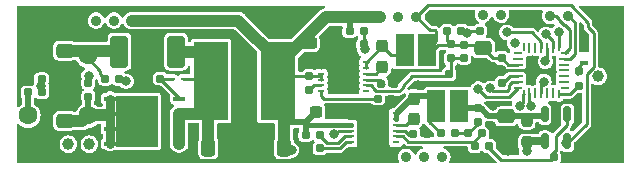
<source format=gbr>
%TF.GenerationSoftware,KiCad,Pcbnew,7.0.7*%
%TF.CreationDate,2024-08-01T01:42:33+03:00*%
%TF.ProjectId,_autosave-Main_PCB_002,5f617574-6f73-4617-9665-2d4d61696e5f,rev?*%
%TF.SameCoordinates,Original*%
%TF.FileFunction,Copper,L1,Top*%
%TF.FilePolarity,Positive*%
%FSLAX46Y46*%
G04 Gerber Fmt 4.6, Leading zero omitted, Abs format (unit mm)*
G04 Created by KiCad (PCBNEW 7.0.7) date 2024-08-01 01:42:33*
%MOMM*%
%LPD*%
G01*
G04 APERTURE LIST*
G04 Aperture macros list*
%AMRoundRect*
0 Rectangle with rounded corners*
0 $1 Rounding radius*
0 $2 $3 $4 $5 $6 $7 $8 $9 X,Y pos of 4 corners*
0 Add a 4 corners polygon primitive as box body*
4,1,4,$2,$3,$4,$5,$6,$7,$8,$9,$2,$3,0*
0 Add four circle primitives for the rounded corners*
1,1,$1+$1,$2,$3*
1,1,$1+$1,$4,$5*
1,1,$1+$1,$6,$7*
1,1,$1+$1,$8,$9*
0 Add four rect primitives between the rounded corners*
20,1,$1+$1,$2,$3,$4,$5,0*
20,1,$1+$1,$4,$5,$6,$7,0*
20,1,$1+$1,$6,$7,$8,$9,0*
20,1,$1+$1,$8,$9,$2,$3,0*%
%AMFreePoly0*
4,1,14,0.230680,0.111820,0.364320,-0.021821,0.377500,-0.053642,0.377500,-0.080000,0.364320,-0.111820,0.332500,-0.125000,-0.332500,-0.125000,-0.364320,-0.111820,-0.377500,-0.080000,-0.377500,0.080000,-0.364320,0.111820,-0.332500,0.125000,0.198860,0.125000,0.230680,0.111820,0.230680,0.111820,$1*%
%AMFreePoly1*
4,1,14,0.364320,0.111820,0.377500,0.080000,0.377501,0.053640,0.364318,0.021819,0.230680,-0.111820,0.198860,-0.125000,-0.332500,-0.125000,-0.364320,-0.111820,-0.377500,-0.080000,-0.377500,0.080000,-0.364320,0.111820,-0.332500,0.125000,0.332500,0.125000,0.364320,0.111820,0.364320,0.111820,$1*%
%AMFreePoly2*
4,1,15,0.053642,0.377500,0.080000,0.377500,0.111820,0.364320,0.125000,0.332500,0.125000,-0.332500,0.111820,-0.364320,0.080000,-0.377500,-0.080000,-0.377500,-0.111820,-0.364320,-0.125000,-0.332500,-0.125000,0.198860,-0.111820,0.230680,0.021820,0.364320,0.053640,0.377501,0.053642,0.377500,0.053642,0.377500,$1*%
%AMFreePoly3*
4,1,14,-0.021820,0.364320,0.111820,0.230679,0.125001,0.198860,0.125000,-0.332500,0.111820,-0.364320,0.080000,-0.377500,-0.080000,-0.377500,-0.111820,-0.364320,-0.125000,-0.332500,-0.125000,0.332500,-0.111820,0.364320,-0.080000,0.377500,-0.053640,0.377500,-0.021820,0.364320,-0.021820,0.364320,$1*%
%AMFreePoly4*
4,1,14,0.364320,0.111820,0.377500,0.080000,0.377500,-0.080000,0.364320,-0.111820,0.332500,-0.125000,-0.198860,-0.125001,-0.230680,-0.111818,-0.364320,0.021820,-0.377500,0.053640,-0.377500,0.080000,-0.364320,0.111820,-0.332500,0.125000,0.332500,0.125000,0.364320,0.111820,0.364320,0.111820,$1*%
%AMFreePoly5*
4,1,15,-0.198858,0.125000,0.332500,0.125000,0.364320,0.111820,0.377500,0.080000,0.377500,-0.080000,0.364320,-0.111820,0.332500,-0.125000,-0.332500,-0.125000,-0.364320,-0.111820,-0.377500,-0.080000,-0.377500,-0.053640,-0.364320,-0.021820,-0.230680,0.111820,-0.198860,0.125001,-0.198858,0.125000,-0.198858,0.125000,$1*%
%AMFreePoly6*
4,1,14,0.111820,0.364320,0.125000,0.332500,0.125001,-0.198860,0.111818,-0.230680,-0.021820,-0.364320,-0.053640,-0.377500,-0.080000,-0.377500,-0.111820,-0.364320,-0.125000,-0.332500,-0.125000,0.332500,-0.111820,0.364320,-0.080000,0.377500,0.080000,0.377500,0.111820,0.364320,0.111820,0.364320,$1*%
%AMFreePoly7*
4,1,14,0.111820,0.364320,0.125000,0.332500,0.125000,-0.332500,0.111820,-0.364320,0.080000,-0.377500,0.053640,-0.377501,0.021819,-0.364318,-0.111820,-0.230680,-0.125000,-0.198860,-0.125000,0.332500,-0.111820,0.364320,-0.080000,0.377500,0.080000,0.377500,0.111820,0.364320,0.111820,0.364320,$1*%
G04 Aperture macros list end*
%TA.AperFunction,ComponentPad*%
%ADD10C,0.900000*%
%TD*%
%TA.AperFunction,ComponentPad*%
%ADD11C,1.600000*%
%TD*%
%TA.AperFunction,SMDPad,CuDef*%
%ADD12RoundRect,0.237500X-0.300000X-0.237500X0.300000X-0.237500X0.300000X0.237500X-0.300000X0.237500X0*%
%TD*%
%TA.AperFunction,SMDPad,CuDef*%
%ADD13RoundRect,0.237500X0.237500X-0.300000X0.237500X0.300000X-0.237500X0.300000X-0.237500X-0.300000X0*%
%TD*%
%TA.AperFunction,ComponentPad*%
%ADD14C,2.200000*%
%TD*%
%TA.AperFunction,SMDPad,CuDef*%
%ADD15RoundRect,0.160000X0.160000X-0.197500X0.160000X0.197500X-0.160000X0.197500X-0.160000X-0.197500X0*%
%TD*%
%TA.AperFunction,SMDPad,CuDef*%
%ADD16RoundRect,0.250000X-0.475000X0.337500X-0.475000X-0.337500X0.475000X-0.337500X0.475000X0.337500X0*%
%TD*%
%TA.AperFunction,SMDPad,CuDef*%
%ADD17RoundRect,0.160000X0.197500X0.160000X-0.197500X0.160000X-0.197500X-0.160000X0.197500X-0.160000X0*%
%TD*%
%TA.AperFunction,SMDPad,CuDef*%
%ADD18FreePoly0,0.000000*%
%TD*%
%TA.AperFunction,SMDPad,CuDef*%
%ADD19RoundRect,0.062500X-0.375000X-0.062500X0.375000X-0.062500X0.375000X0.062500X-0.375000X0.062500X0*%
%TD*%
%TA.AperFunction,SMDPad,CuDef*%
%ADD20FreePoly1,0.000000*%
%TD*%
%TA.AperFunction,SMDPad,CuDef*%
%ADD21FreePoly2,0.000000*%
%TD*%
%TA.AperFunction,SMDPad,CuDef*%
%ADD22RoundRect,0.062500X-0.062500X-0.375000X0.062500X-0.375000X0.062500X0.375000X-0.062500X0.375000X0*%
%TD*%
%TA.AperFunction,SMDPad,CuDef*%
%ADD23FreePoly3,0.000000*%
%TD*%
%TA.AperFunction,SMDPad,CuDef*%
%ADD24FreePoly4,0.000000*%
%TD*%
%TA.AperFunction,SMDPad,CuDef*%
%ADD25FreePoly5,0.000000*%
%TD*%
%TA.AperFunction,SMDPad,CuDef*%
%ADD26FreePoly6,0.000000*%
%TD*%
%TA.AperFunction,SMDPad,CuDef*%
%ADD27FreePoly7,0.000000*%
%TD*%
%TA.AperFunction,SMDPad,CuDef*%
%ADD28R,1.016000X0.457200*%
%TD*%
%TA.AperFunction,ComponentPad*%
%ADD29C,1.000000*%
%TD*%
%TA.AperFunction,SMDPad,CuDef*%
%ADD30RoundRect,0.160000X-0.197500X-0.160000X0.197500X-0.160000X0.197500X0.160000X-0.197500X0.160000X0*%
%TD*%
%TA.AperFunction,SMDPad,CuDef*%
%ADD31RoundRect,0.062500X-0.117500X-0.062500X0.117500X-0.062500X0.117500X0.062500X-0.117500X0.062500X0*%
%TD*%
%TA.AperFunction,SMDPad,CuDef*%
%ADD32R,2.971800X6.604000*%
%TD*%
%TA.AperFunction,SMDPad,CuDef*%
%ADD33RoundRect,0.155000X-0.155000X0.212500X-0.155000X-0.212500X0.155000X-0.212500X0.155000X0.212500X0*%
%TD*%
%TA.AperFunction,SMDPad,CuDef*%
%ADD34RoundRect,0.155000X-0.212500X-0.155000X0.212500X-0.155000X0.212500X0.155000X-0.212500X0.155000X0*%
%TD*%
%TA.AperFunction,SMDPad,CuDef*%
%ADD35RoundRect,0.160000X-0.160000X0.197500X-0.160000X-0.197500X0.160000X-0.197500X0.160000X0.197500X0*%
%TD*%
%TA.AperFunction,SMDPad,CuDef*%
%ADD36RoundRect,0.155000X0.212500X0.155000X-0.212500X0.155000X-0.212500X-0.155000X0.212500X-0.155000X0*%
%TD*%
%TA.AperFunction,SMDPad,CuDef*%
%ADD37RoundRect,0.155000X0.155000X-0.212500X0.155000X0.212500X-0.155000X0.212500X-0.155000X-0.212500X0*%
%TD*%
%TA.AperFunction,SMDPad,CuDef*%
%ADD38RoundRect,0.250000X-0.337500X-0.475000X0.337500X-0.475000X0.337500X0.475000X-0.337500X0.475000X0*%
%TD*%
%TA.AperFunction,SMDPad,CuDef*%
%ADD39R,0.599999X0.249999*%
%TD*%
%TA.AperFunction,SMDPad,CuDef*%
%ADD40R,2.600000X2.999999*%
%TD*%
%TA.AperFunction,ComponentPad*%
%ADD41C,0.499999*%
%TD*%
%TA.AperFunction,SMDPad,CuDef*%
%ADD42RoundRect,0.250000X0.475000X-0.337500X0.475000X0.337500X-0.475000X0.337500X-0.475000X-0.337500X0*%
%TD*%
%TA.AperFunction,SMDPad,CuDef*%
%ADD43RoundRect,0.250000X0.500000X1.100000X-0.500000X1.100000X-0.500000X-1.100000X0.500000X-1.100000X0*%
%TD*%
%TA.AperFunction,SMDPad,CuDef*%
%ADD44RoundRect,0.150000X-0.150000X0.512500X-0.150000X-0.512500X0.150000X-0.512500X0.150000X0.512500X0*%
%TD*%
%TA.AperFunction,SMDPad,CuDef*%
%ADD45RoundRect,0.237500X0.237500X-0.250000X0.237500X0.250000X-0.237500X0.250000X-0.237500X-0.250000X0*%
%TD*%
%TA.AperFunction,SMDPad,CuDef*%
%ADD46R,0.711200X0.444500*%
%TD*%
%TA.AperFunction,SMDPad,CuDef*%
%ADD47RoundRect,0.250000X0.337500X0.475000X-0.337500X0.475000X-0.337500X-0.475000X0.337500X-0.475000X0*%
%TD*%
%TA.AperFunction,SMDPad,CuDef*%
%ADD48R,1.600200X2.692400*%
%TD*%
%TA.AperFunction,ViaPad*%
%ADD49C,0.800000*%
%TD*%
%TA.AperFunction,Conductor*%
%ADD50C,0.250000*%
%TD*%
%TA.AperFunction,Conductor*%
%ADD51C,0.500000*%
%TD*%
%TA.AperFunction,Conductor*%
%ADD52C,1.000000*%
%TD*%
%TA.AperFunction,Conductor*%
%ADD53C,0.750000*%
%TD*%
%TA.AperFunction,Conductor*%
%ADD54C,0.400000*%
%TD*%
%TA.AperFunction,Conductor*%
%ADD55C,0.700000*%
%TD*%
G04 APERTURE END LIST*
%TA.AperFunction,EtchedComponent*%
%TO.C,U1*%
G36*
X66332100Y-63004700D02*
G01*
X62776100Y-63004700D01*
X62776100Y-58686700D01*
X66332100Y-58686700D01*
X66332100Y-63004700D01*
G37*
%TD.AperFunction*%
%TD*%
D10*
%TO.P,D27,1,Conn*%
%TO.N,Net-(D11-Conn)*%
X87325200Y-63855600D03*
%TD*%
D11*
%TO.P,D3,1,Conn*%
%TO.N,Net-(D3-Conn)*%
X60401200Y-60350400D03*
%TD*%
D12*
%TO.P,C10,1*%
%TO.N,Net-(D11-Conn)*%
X79231300Y-54254400D03*
%TO.P,C10,2*%
%TO.N,GND2*%
X80956300Y-54254400D03*
%TD*%
D11*
%TO.P,D19,1,Conn*%
%TO.N,GND2*%
X55321200Y-55270400D03*
%TD*%
D13*
%TO.P,C14,1*%
%TO.N,Net-(U4-BST)*%
X85314600Y-56234500D03*
%TO.P,C14,2*%
%TO.N,Net-(C14-Pad2)*%
X85314600Y-54509500D03*
%TD*%
D14*
%TO.P,D29,1,Conn*%
%TO.N,GND2*%
X55626000Y-63246000D03*
%TD*%
D15*
%TO.P,R1,1*%
%TO.N,Net-(D3-Conn)*%
X60401200Y-58763500D03*
%TO.P,R1,2*%
%TO.N,Net-(U2-PB5)*%
X60401200Y-57568500D03*
%TD*%
D10*
%TO.P,D12,1,Conn*%
%TO.N,Net-(D12-Conn)*%
X62585600Y-52324000D03*
%TD*%
D16*
%TO.P,C19,1*%
%TO.N,Net-(D13-Conn)*%
X93849000Y-54668600D03*
%TO.P,C19,2*%
%TO.N,GND2*%
X93849000Y-56743600D03*
%TD*%
D17*
%TO.P,R3,1*%
%TO.N,Net-(U2-PA5)*%
X56476900Y-58394600D03*
%TO.P,R3,2*%
%TO.N,Net-(D1-Conn)*%
X55281900Y-58394600D03*
%TD*%
D11*
%TO.P,D2,1,Conn*%
%TO.N,Net-(D2-Conn)*%
X60401200Y-55270400D03*
%TD*%
D14*
%TO.P,D30,1,Conn*%
%TO.N,GND2*%
X104394000Y-52578000D03*
%TD*%
D18*
%TO.P,U2,1,PC14*%
%TO.N,unconnected-(U2-PC14-Pad1)*%
X96757700Y-55047500D03*
D19*
%TO.P,U2,2,PC15*%
%TO.N,unconnected-(U2-PC15-Pad2)*%
X96817700Y-55547500D03*
%TO.P,U2,3,VDD*%
%TO.N,Net-(D13-Conn)*%
X96817700Y-56047500D03*
%TO.P,U2,4,VSS*%
%TO.N,GND2*%
X96817700Y-56547500D03*
%TO.P,U2,5,PF2*%
%TO.N,Net-(U2-PF2)*%
X96817700Y-57047500D03*
%TO.P,U2,6,PA0*%
%TO.N,Net-(U2-PA0)*%
X96817700Y-57547500D03*
D20*
%TO.P,U2,7,PA1*%
%TO.N,Net-(U2-PA1)*%
X96757700Y-58047500D03*
D21*
%TO.P,U2,8,PA2*%
%TO.N,Net-(D6-Conn)*%
X97255200Y-58545000D03*
D22*
%TO.P,U2,9,PA3*%
%TO.N,Net-(D7-Conn)*%
X97755200Y-58485000D03*
%TO.P,U2,10,PA4*%
%TO.N,unconnected-(U2-PA4-Pad10)*%
X98255200Y-58485000D03*
%TO.P,U2,11,PA5*%
%TO.N,Net-(U2-PA5)*%
X98755200Y-58485000D03*
%TO.P,U2,12,PA6*%
%TO.N,unconnected-(U2-PA6-Pad12)*%
X99255200Y-58485000D03*
%TO.P,U2,13,PA7*%
%TO.N,unconnected-(U2-PA7-Pad13)*%
X99755200Y-58485000D03*
D23*
%TO.P,U2,14,PB0*%
%TO.N,Net-(U2-PB0)*%
X100255200Y-58545000D03*
D24*
%TO.P,U2,15,PB1*%
%TO.N,unconnected-(U2-PB1-Pad15)*%
X100752700Y-58047500D03*
D19*
%TO.P,U2,16,PA8*%
%TO.N,unconnected-(U2-PA8-Pad16)*%
X100692700Y-57547500D03*
%TO.P,U2,17,PC6*%
%TO.N,unconnected-(U2-PC6-Pad17)*%
X100692700Y-57047500D03*
%TO.P,U2,18,PA11/PA9*%
%TO.N,unconnected-(U2-PA11{slash}PA9-Pad18)*%
X100692700Y-56547500D03*
%TO.P,U2,19,PA12/PA10*%
%TO.N,unconnected-(U2-PA12{slash}PA10-Pad19)*%
X100692700Y-56047500D03*
%TO.P,U2,20,PA13*%
%TO.N,Net-(D8-Conn)*%
X100692700Y-55547500D03*
D25*
%TO.P,U2,21,PA14*%
%TO.N,Net-(D9-Conn)*%
X100752700Y-55047500D03*
D26*
%TO.P,U2,22,PA15*%
%TO.N,Net-(D12-Conn)*%
X100255200Y-54550000D03*
D22*
%TO.P,U2,23,PB3*%
%TO.N,Net-(U2-PB3)*%
X99755200Y-54610000D03*
%TO.P,U2,24,PB4*%
%TO.N,Net-(U2-PB4)*%
X99255200Y-54610000D03*
%TO.P,U2,25,PB5*%
%TO.N,Net-(U2-PB5)*%
X98755200Y-54610000D03*
%TO.P,U2,26,PB6*%
%TO.N,unconnected-(U2-PB6-Pad26)*%
X98255200Y-54610000D03*
%TO.P,U2,27,PB7*%
%TO.N,unconnected-(U2-PB7-Pad27)*%
X97755200Y-54610000D03*
D27*
%TO.P,U2,28,PB8*%
%TO.N,unconnected-(U2-PB8-Pad28)*%
X97255200Y-54550000D03*
%TD*%
D10*
%TO.P,D20,1,Conn*%
%TO.N,GND2*%
X89712800Y-52019200D03*
%TD*%
D28*
%TO.P,U1,1,S*%
%TO.N,Net-(D4-K)*%
X68110100Y-62750700D03*
%TO.P,U1,2,S*%
X68110100Y-61480700D03*
%TO.P,U1,3,S*%
X68110100Y-60210700D03*
%TO.P,U1,4,G*%
%TO.N,Net-(D5-A)*%
X68110100Y-58940700D03*
%TO.P,U1,5,D*%
%TO.N,Net-(D3-Conn)*%
X62268100Y-58940700D03*
%TO.P,U1,6,D*%
X62268100Y-60210700D03*
%TO.P,U1,7,D*%
X62268100Y-61480700D03*
%TO.P,U1,8,D*%
X62268100Y-62750700D03*
%TD*%
D29*
%TO.P,D18,1,Conn*%
%TO.N,GND2*%
X103581200Y-58674000D03*
%TD*%
D30*
%TO.P,R2,1*%
%TO.N,Net-(D2-Conn)*%
X61835700Y-57251600D03*
%TO.P,R2,2*%
%TO.N,Net-(U2-PB4)*%
X63030700Y-57251600D03*
%TD*%
D31*
%TO.P,D5,1,K*%
%TO.N,Net-(D4-K)*%
X68415200Y-57238900D03*
%TO.P,D5,2,A*%
%TO.N,Net-(D5-A)*%
X67575200Y-57238900D03*
%TD*%
D32*
%TO.P,L1,1,1*%
%TO.N,Net-(D11-Conn)*%
X76432500Y-57454800D03*
%TO.P,L1,2,2*%
%TO.N,Net-(D4-K)*%
X70793700Y-57454800D03*
%TD*%
D17*
%TO.P,R12,1*%
%TO.N,Net-(C17-Pad2)*%
X91462000Y-61874400D03*
%TO.P,R12,2*%
%TO.N,Net-(C12-Pad2)*%
X90267000Y-61874400D03*
%TD*%
D30*
%TO.P,R8,1*%
%TO.N,GND2*%
X82525700Y-54339100D03*
%TO.P,R8,2*%
%TO.N,Net-(U2-PA0)*%
X83720700Y-54339100D03*
%TD*%
D33*
%TO.P,C17,1*%
%TO.N,Net-(U5-+)*%
X93421200Y-59732100D03*
%TO.P,C17,2*%
%TO.N,Net-(C17-Pad2)*%
X93421200Y-60867100D03*
%TD*%
D17*
%TO.P,R7,1*%
%TO.N,Net-(U2-PA0)*%
X83718400Y-53238400D03*
%TO.P,R7,2*%
%TO.N,Net-(D11-Conn)*%
X82523400Y-53238400D03*
%TD*%
D34*
%TO.P,C11,1*%
%TO.N,Net-(U4-SS)*%
X84903500Y-58928000D03*
%TO.P,C11,2*%
%TO.N,GND2*%
X86038500Y-58928000D03*
%TD*%
D33*
%TO.P,C21,1*%
%TO.N,Net-(D13-Conn)*%
X92223400Y-54356000D03*
%TO.P,C21,2*%
%TO.N,Net-(U4-FB)*%
X92223400Y-55491000D03*
%TD*%
D10*
%TO.P,D22,1,Conn*%
%TO.N,Net-(D13-Conn)*%
X88188800Y-52019200D03*
%TD*%
D16*
%TO.P,C15,1*%
%TO.N,Net-(U5-+)*%
X95758000Y-60430500D03*
%TO.P,C15,2*%
%TO.N,GND2*%
X95758000Y-62505500D03*
%TD*%
D35*
%TO.P,R9,1*%
%TO.N,Net-(LED1-Pad2)*%
X101981000Y-56628700D03*
%TO.P,R9,2*%
%TO.N,Net-(U2-PB0)*%
X101981000Y-57823700D03*
%TD*%
D11*
%TO.P,D1,1,Conn*%
%TO.N,Net-(D1-Conn)*%
X55321200Y-60350400D03*
%TD*%
D36*
%TO.P,C3,1*%
%TO.N,Net-(U2-PA5)*%
X56446900Y-57277000D03*
%TO.P,C3,2*%
%TO.N,GND2*%
X55311900Y-57277000D03*
%TD*%
D10*
%TO.P,D25,1,Conn*%
%TO.N,Net-(D12-Conn)*%
X88849200Y-63855600D03*
%TD*%
D37*
%TO.P,C6,1*%
%TO.N,Net-(U2-PF2)*%
X95402400Y-57615900D03*
%TO.P,C6,2*%
%TO.N,GND2*%
X95402400Y-56480900D03*
%TD*%
%TO.P,C7,1*%
%TO.N,Net-(D13-Conn)*%
X95402400Y-55473600D03*
%TO.P,C7,2*%
%TO.N,GND2*%
X95402400Y-54338600D03*
%TD*%
D10*
%TO.P,D21,1,Conn*%
%TO.N,GND2*%
X91897200Y-63855600D03*
%TD*%
D34*
%TO.P,C13,1*%
%TO.N,Net-(U3-VCC)*%
X87909400Y-61925200D03*
%TO.P,C13,2*%
%TO.N,GND2*%
X89044400Y-61925200D03*
%TD*%
D10*
%TO.P,D10,1,Conn*%
%TO.N,GND2*%
X97993200Y-51917600D03*
%TD*%
%TO.P,D7,1,Conn*%
%TO.N,Net-(D7-Conn)*%
X95351600Y-51816000D03*
%TD*%
D30*
%TO.P,R4,1*%
%TO.N,GND2*%
X65314900Y-57238900D03*
%TO.P,R4,2*%
%TO.N,Net-(D5-A)*%
X66509900Y-57238900D03*
%TD*%
D10*
%TO.P,D24,1,Conn*%
%TO.N,Net-(D12-Conn)*%
X86664800Y-52019200D03*
%TD*%
D13*
%TO.P,C12,1*%
%TO.N,Net-(U3-BST)*%
X87994300Y-60654100D03*
%TO.P,C12,2*%
%TO.N,Net-(C12-Pad2)*%
X87994300Y-58929100D03*
%TD*%
D29*
%TO.P,D17,1,Conn*%
%TO.N,Net-(D16-Conn)*%
X103581200Y-57048400D03*
%TD*%
D38*
%TO.P,C4,1*%
%TO.N,Net-(D4-K)*%
X70569000Y-63093600D03*
%TO.P,C4,2*%
%TO.N,GND2*%
X72644000Y-63093600D03*
%TD*%
D17*
%TO.P,R5,1*%
%TO.N,Net-(U2-PA1)*%
X91986700Y-53187600D03*
%TO.P,R5,2*%
%TO.N,Net-(D13-Conn)*%
X90791700Y-53187600D03*
%TD*%
D39*
%TO.P,U4,1,AGND*%
%TO.N,GND2*%
X80112601Y-55817600D03*
%TO.P,U4,2,PGND*%
X80112601Y-56317599D03*
%TO.P,U4,3,VIN*%
%TO.N,Net-(D11-Conn)*%
X80112601Y-56817600D03*
%TO.P,U4,4,EN_UVLO*%
X80112601Y-57317600D03*
%TO.P,U4,5,RON*%
%TO.N,Net-(U4-RON)*%
X80112601Y-57817598D03*
%TO.P,U4,6,SS*%
%TO.N,Net-(U4-SS)*%
X80112601Y-58317600D03*
%TO.P,U4,7,FPWM*%
%TO.N,unconnected-(U4-FPWM-Pad7)*%
X83912599Y-58317600D03*
%TO.P,U4,8,FB*%
%TO.N,Net-(U4-FB)*%
X83912599Y-57817598D03*
%TO.P,U4,9,VCC*%
%TO.N,Net-(U4-VCC)*%
X83912599Y-57317600D03*
%TO.P,U4,10,BST*%
%TO.N,Net-(U4-BST)*%
X83912599Y-56817598D03*
%TO.P,U4,11,SW*%
%TO.N,Net-(C14-Pad2)*%
X83912599Y-56317599D03*
%TO.P,U4,12,SW*%
X83912599Y-55817600D03*
D40*
%TO.P,U4,13,PAD*%
%TO.N,GND2*%
X82012600Y-57067600D03*
D41*
%TO.P,U4,V*%
X81012599Y-57067600D03*
X82012600Y-55867600D03*
X82012600Y-57067600D03*
X82012600Y-58267600D03*
X83012601Y-57067600D03*
%TD*%
D10*
%TO.P,D23,1,Conn*%
%TO.N,Net-(D13-Conn)*%
X90373200Y-63855600D03*
%TD*%
%TO.P,D13,1,Conn*%
%TO.N,Net-(D13-Conn)*%
X61061600Y-52324000D03*
%TD*%
D42*
%TO.P,C2,1*%
%TO.N,Net-(D3-Conn)*%
X58421950Y-60805650D03*
%TO.P,C2,2*%
%TO.N,GND2*%
X58421950Y-58730650D03*
%TD*%
D29*
%TO.P,D16,1,Conn*%
%TO.N,Net-(D16-Conn)*%
X58724800Y-62788800D03*
%TD*%
D10*
%TO.P,D11,1,Conn*%
%TO.N,Net-(D11-Conn)*%
X64109600Y-52324000D03*
%TD*%
D34*
%TO.P,C16,1*%
%TO.N,Net-(U4-VCC)*%
X85182900Y-57658000D03*
%TO.P,C16,2*%
%TO.N,GND2*%
X86317900Y-57658000D03*
%TD*%
D16*
%TO.P,C1,1*%
%TO.N,Net-(D2-Conn)*%
X58421950Y-54869850D03*
%TO.P,C1,2*%
%TO.N,GND2*%
X58421950Y-56944850D03*
%TD*%
D10*
%TO.P,D8,1,Conn*%
%TO.N,Net-(D8-Conn)*%
X101041200Y-51917600D03*
%TD*%
D17*
%TO.P,R13,1*%
%TO.N,Net-(R13-Pad1)*%
X94323500Y-62941200D03*
%TO.P,R13,2*%
%TO.N,Net-(U3-FB)*%
X93128500Y-62941200D03*
%TD*%
D14*
%TO.P,D28,1,Conn*%
%TO.N,GND2*%
X55626000Y-52324000D03*
%TD*%
D43*
%TO.P,D4,1,K*%
%TO.N,Net-(D4-K)*%
X67843100Y-54952900D03*
%TO.P,D4,2,A*%
%TO.N,Net-(D2-Conn)*%
X63043100Y-54952900D03*
%TD*%
D44*
%TO.P,U5,1*%
%TO.N,Net-(R13-Pad1)*%
X100960000Y-60259800D03*
%TO.P,U5,2,GND*%
%TO.N,GND2*%
X100010000Y-60259800D03*
%TO.P,U5,3,+*%
%TO.N,Net-(U5-+)*%
X99060000Y-60259800D03*
%TO.P,U5,4,-*%
%TO.N,Net-(D15-Conn)*%
X99060000Y-62534800D03*
%TO.P,U5,5,V+*%
%TO.N,Net-(D13-Conn)*%
X100960000Y-62534800D03*
%TD*%
D39*
%TO.P,U3,1,AGND*%
%TO.N,GND2*%
X82639901Y-60135600D03*
%TO.P,U3,2,PGND*%
X82639901Y-60635599D03*
%TO.P,U3,3,VIN*%
%TO.N,Net-(D11-Conn)*%
X82639901Y-61135600D03*
%TO.P,U3,4,EN_UVLO*%
%TO.N,Net-(U2-PB3)*%
X82639901Y-61635600D03*
%TO.P,U3,5,RON*%
%TO.N,Net-(U3-RON)*%
X82639901Y-62135598D03*
%TO.P,U3,6,SS*%
%TO.N,Net-(U3-SS)*%
X82639901Y-62635600D03*
%TO.P,U3,7,FPWM*%
%TO.N,unconnected-(U3-FPWM-Pad7)*%
X86439899Y-62635600D03*
%TO.P,U3,8,FB*%
%TO.N,Net-(U3-FB)*%
X86439899Y-62135598D03*
%TO.P,U3,9,VCC*%
%TO.N,Net-(U3-VCC)*%
X86439899Y-61635600D03*
%TO.P,U3,10,BST*%
%TO.N,Net-(U3-BST)*%
X86439899Y-61135598D03*
%TO.P,U3,11,SW*%
%TO.N,Net-(C12-Pad2)*%
X86439899Y-60635599D03*
%TO.P,U3,12,SW*%
X86439899Y-60135600D03*
D40*
%TO.P,U3,13,PAD*%
%TO.N,GND2*%
X84539900Y-61385600D03*
D41*
%TO.P,U3,V*%
X83539899Y-61385600D03*
X84539900Y-60185600D03*
X84539900Y-61385600D03*
X84539900Y-62585600D03*
X85539901Y-61385600D03*
%TD*%
D45*
%TO.P,R16,1*%
%TO.N,Net-(D15-Conn)*%
X97536000Y-62634500D03*
%TO.P,R16,2*%
%TO.N,Net-(U5-+)*%
X97536000Y-60809500D03*
%TD*%
D10*
%TO.P,D9,1,Conn*%
%TO.N,Net-(D9-Conn)*%
X99517200Y-51917600D03*
%TD*%
D46*
%TO.P,LED1,1*%
%TO.N,GND2*%
X102362000Y-54717950D03*
%TO.P,LED1,2*%
%TO.N,Net-(LED1-Pad2)*%
X102362000Y-55873650D03*
%TD*%
D17*
%TO.P,R15,1*%
%TO.N,GND2*%
X92160500Y-56845200D03*
%TO.P,R15,2*%
%TO.N,Net-(U4-FB)*%
X90965500Y-56845200D03*
%TD*%
D12*
%TO.P,C8,1*%
%TO.N,Net-(D11-Conn)*%
X79689600Y-60045600D03*
%TO.P,C8,2*%
%TO.N,GND2*%
X81414600Y-60045600D03*
%TD*%
D17*
%TO.P,R6,1*%
%TO.N,GND2*%
X94780700Y-53187600D03*
%TO.P,R6,2*%
%TO.N,Net-(U2-PA1)*%
X93585700Y-53187600D03*
%TD*%
D34*
%TO.P,C20,1*%
%TO.N,Net-(D13-Conn)*%
X99813300Y-63906400D03*
%TO.P,C20,2*%
%TO.N,GND2*%
X100948300Y-63906400D03*
%TD*%
D15*
%TO.P,R11,1*%
%TO.N,Net-(U4-RON)*%
X79095600Y-58216800D03*
%TO.P,R11,2*%
%TO.N,Net-(D11-Conn)*%
X79095600Y-57021800D03*
%TD*%
D10*
%TO.P,D14,1,Conn*%
%TO.N,GND2*%
X59563000Y-52349400D03*
%TD*%
%TO.P,D6,1,Conn*%
%TO.N,Net-(D6-Conn)*%
X93827600Y-51816000D03*
%TD*%
D14*
%TO.P,D31,1,Conn*%
%TO.N,GND2*%
X104394000Y-63246000D03*
%TD*%
D47*
%TO.P,C5,1*%
%TO.N,Net-(D11-Conn)*%
X76962000Y-63093600D03*
%TO.P,C5,2*%
%TO.N,GND2*%
X74887000Y-63093600D03*
%TD*%
D48*
%TO.P,L2,1,1*%
%TO.N,Net-(U5-+)*%
X91782900Y-59537600D03*
%TO.P,L2,2,2*%
%TO.N,Net-(C12-Pad2)*%
X89877900Y-59537600D03*
%TD*%
D29*
%TO.P,D15,1,Conn*%
%TO.N,Net-(D15-Conn)*%
X60502800Y-62788800D03*
%TD*%
D15*
%TO.P,R14,1*%
%TO.N,Net-(U4-FB)*%
X91105800Y-55524400D03*
%TO.P,R14,2*%
%TO.N,Net-(D13-Conn)*%
X91105800Y-54329400D03*
%TD*%
D36*
%TO.P,C9,1*%
%TO.N,Net-(U3-SS)*%
X80010000Y-63144400D03*
%TO.P,C9,2*%
%TO.N,GND2*%
X78875000Y-63144400D03*
%TD*%
D34*
%TO.P,C18,1*%
%TO.N,Net-(C17-Pad2)*%
X92583000Y-61874400D03*
%TO.P,C18,2*%
%TO.N,Net-(U3-FB)*%
X93718000Y-61874400D03*
%TD*%
D10*
%TO.P,D26,1,Conn*%
%TO.N,Net-(D11-Conn)*%
X85140800Y-52019200D03*
%TD*%
D48*
%TO.P,L3,1,1*%
%TO.N,Net-(D13-Conn)*%
X89090500Y-54813200D03*
%TO.P,L3,2,2*%
%TO.N,Net-(C14-Pad2)*%
X87185500Y-54813200D03*
%TD*%
D17*
%TO.P,R10,1*%
%TO.N,Net-(U3-RON)*%
X79997900Y-62026800D03*
%TO.P,R10,2*%
%TO.N,Net-(D11-Conn)*%
X78802900Y-62026800D03*
%TD*%
D49*
%TO.N,Net-(U2-PA5)*%
X98971353Y-57486101D03*
X56426100Y-57873900D03*
%TO.N,GND2*%
X99629577Y-61401247D03*
X94192352Y-56031975D03*
X99656259Y-56637226D03*
X73609200Y-55930800D03*
X94661803Y-59513546D03*
X73609200Y-59080400D03*
X95910400Y-63385100D03*
X102362000Y-54203600D03*
X73609200Y-60096400D03*
X79095600Y-55626000D03*
X73660000Y-54762400D03*
X86614000Y-57150000D03*
X77384701Y-53457901D03*
X73609200Y-58013600D03*
X67056000Y-59436000D03*
X104241600Y-55422800D03*
X73609200Y-61163200D03*
X65278000Y-55118000D03*
X88290400Y-57759600D03*
X75666600Y-52247800D03*
%TO.N,Net-(D7-Conn)*%
X97924745Y-59514700D03*
%TO.N,Net-(D11-Conn)*%
X77622400Y-63296800D03*
%TO.N,Net-(D13-Conn)*%
X100888800Y-62687200D03*
%TO.N,Net-(D15-Conn)*%
X97536000Y-63385100D03*
%TO.N,Net-(D6-Conn)*%
X96925243Y-59514700D03*
%TO.N,Net-(U2-PB5)*%
X60452000Y-56997600D03*
X95855301Y-53315500D03*
%TO.N,Net-(U2-PB4)*%
X96520000Y-54254400D03*
X63601600Y-57454343D03*
X99110800Y-55778400D03*
%TO.N,Net-(U2-PA1)*%
X92494408Y-53397971D03*
X93421200Y-58115200D03*
%TO.N,Net-(U2-PA0)*%
X94437200Y-58064400D03*
X83820000Y-54762400D03*
%TO.N,Net-(D12-Conn)*%
X100279200Y-53289200D03*
%TO.N,Net-(U2-PB3)*%
X99161600Y-53492400D03*
X81229200Y-61925200D03*
X81229200Y-61925200D03*
%TD*%
D50*
%TO.N,Net-(U2-PA5)*%
X98755200Y-57702254D02*
X98755200Y-58485000D01*
X56446900Y-57853100D02*
X56426100Y-57873900D01*
X56446900Y-57894700D02*
X56446900Y-58364600D01*
X98971353Y-57486101D02*
X98755200Y-57702254D01*
X56426100Y-57873900D02*
X56446900Y-57894700D01*
X56446900Y-58364600D02*
X56476900Y-58394600D01*
X56446900Y-57277000D02*
X56446900Y-57853100D01*
D51*
%TO.N,GND2*%
X83199900Y-60045600D02*
X84044926Y-60890626D01*
X81414600Y-60045600D02*
X83199900Y-60045600D01*
D50*
X80112601Y-56317599D02*
X80112601Y-55817600D01*
X82639901Y-60135600D02*
X82639901Y-60610600D01*
%TO.N,Net-(D7-Conn)*%
X97924745Y-59514700D02*
X97755200Y-59345155D01*
X97755200Y-59345155D02*
X97755200Y-58485000D01*
%TO.N,Net-(U2-PF2)*%
X96817700Y-57047500D02*
X96072400Y-57047500D01*
X96072400Y-57047500D02*
X95402400Y-57717500D01*
D52*
%TO.N,Net-(D4-K)*%
X68110100Y-60210700D02*
X68110100Y-62750700D01*
D50*
X68453300Y-57251600D02*
X70590500Y-57251600D01*
D52*
X70793700Y-59035100D02*
X70793700Y-57454800D01*
X69618100Y-60210700D02*
X70793700Y-59035100D01*
D50*
X70793700Y-59000300D02*
X70793700Y-57454800D01*
D52*
X67843100Y-54952900D02*
X69291200Y-54952900D01*
X68110100Y-60210700D02*
X69618100Y-60210700D01*
D50*
X69291200Y-54952900D02*
X69291200Y-54762400D01*
X70590500Y-57251600D02*
X70793700Y-57454800D01*
D52*
X70569000Y-57679500D02*
X70793700Y-57454800D01*
X70569000Y-63093600D02*
X70569000Y-57679500D01*
D50*
%TO.N,Net-(D5-A)*%
X68110100Y-58839100D02*
X66509900Y-57238900D01*
X67575200Y-57238900D02*
X66509900Y-57238900D01*
X68110100Y-58940700D02*
X68110100Y-58839100D01*
%TO.N,Net-(U3-BST)*%
X86439899Y-61135598D02*
X87309602Y-61135598D01*
X87309602Y-61135598D02*
X87994300Y-60450900D01*
%TO.N,Net-(D2-Conn)*%
X61429900Y-56603900D02*
X60096400Y-55270400D01*
D52*
X58445400Y-54893300D02*
X62907300Y-54893300D01*
D50*
X62869200Y-55541000D02*
X63043100Y-55714900D01*
X58421950Y-54869850D02*
X58445400Y-54893300D01*
X61429900Y-56603900D02*
X61429900Y-56845800D01*
X61429900Y-56845800D02*
X61835700Y-57251600D01*
D51*
%TO.N,Net-(D1-Conn)*%
X55321200Y-58433900D02*
X55281900Y-58394600D01*
X55321200Y-60350400D02*
X55321200Y-58433900D01*
D50*
%TO.N,Net-(U3-SS)*%
X82639901Y-62635600D02*
X82246000Y-62635600D01*
X82246000Y-62635600D02*
X81737200Y-63144400D01*
X81737200Y-63144400D02*
X80010000Y-63144400D01*
%TO.N,Net-(U4-SS)*%
X84903500Y-58928000D02*
X80348002Y-58928000D01*
X80112601Y-58692599D02*
X80112601Y-58317600D01*
X80348002Y-58928000D02*
X80112601Y-58692599D01*
%TO.N,Net-(U3-VCC)*%
X87595900Y-61976000D02*
X87255500Y-61635600D01*
X87255500Y-61635600D02*
X86439899Y-61635600D01*
D52*
%TO.N,Net-(D3-Conn)*%
X58474700Y-60858400D02*
X58421950Y-60805650D01*
X59893200Y-60858400D02*
X58474700Y-60858400D01*
D50*
X59244900Y-60768900D02*
X59232800Y-60756800D01*
X59232800Y-60756800D02*
X58470800Y-60756800D01*
D53*
X62268100Y-58940700D02*
X62268100Y-62750700D01*
D52*
X61936400Y-60350400D02*
X62076100Y-60210700D01*
X60401200Y-60350400D02*
X59893200Y-60858400D01*
D51*
X60401200Y-58763500D02*
X60401200Y-60350400D01*
D52*
X60401200Y-60350400D02*
X61936400Y-60350400D01*
D50*
X58421950Y-60805650D02*
X58900650Y-60326950D01*
%TO.N,Net-(U4-BST)*%
X84731502Y-56817598D02*
X83912599Y-56817598D01*
X85314600Y-56234500D02*
X84731502Y-56817598D01*
%TO.N,Net-(D8-Conn)*%
X101041200Y-51917600D02*
X101600000Y-52476400D01*
X101600000Y-52476400D02*
X101600000Y-55135959D01*
X101188459Y-55547500D02*
X100692700Y-55547500D01*
X101600000Y-55135959D02*
X101188459Y-55547500D01*
%TO.N,Net-(D9-Conn)*%
X99974400Y-51917600D02*
X99517200Y-51917600D01*
X101150000Y-54650200D02*
X101150000Y-53093200D01*
X100266200Y-52238616D02*
X100266200Y-52209400D01*
X100752700Y-55047500D02*
X101150000Y-54650200D01*
X101150000Y-53093200D02*
X100749400Y-52692600D01*
X100749400Y-52692600D02*
X100720184Y-52692600D01*
X100266200Y-52209400D02*
X99974400Y-51917600D01*
X100720184Y-52692600D02*
X100266200Y-52238616D01*
%TO.N,Net-(D11-Conn)*%
X80112601Y-57317600D02*
X80112601Y-56817600D01*
D51*
X79689600Y-60045600D02*
X78802900Y-60932300D01*
D52*
X80518000Y-52019200D02*
X78333600Y-54203600D01*
D50*
X80112601Y-57048400D02*
X79122200Y-57048400D01*
X76865500Y-57021800D02*
X76432500Y-57454800D01*
X80112601Y-56817600D02*
X80112601Y-57048400D01*
X79122200Y-57048400D02*
X79095600Y-57021800D01*
X76962000Y-63093600D02*
X77774800Y-63093600D01*
D52*
X76962000Y-61010800D02*
X76962000Y-61214000D01*
X85140800Y-52019200D02*
X82397600Y-52019200D01*
X76432500Y-55638700D02*
X76432500Y-57454800D01*
D51*
X77040500Y-60932300D02*
X76962000Y-61010800D01*
X78802900Y-60932300D02*
X78802900Y-61214000D01*
X78802900Y-61214000D02*
X78802900Y-62026800D01*
X78881300Y-61135600D02*
X78802900Y-61214000D01*
D52*
X78333600Y-54254400D02*
X76432500Y-56155500D01*
X78333600Y-54203600D02*
X78333600Y-54254400D01*
D51*
X82523400Y-52145000D02*
X82397600Y-52019200D01*
D54*
X82639901Y-61135600D02*
X78881300Y-61135600D01*
D52*
X79231300Y-54254400D02*
X78333600Y-54254400D01*
D51*
X82523400Y-53238400D02*
X82523400Y-52145000D01*
X78802900Y-60932300D02*
X77040500Y-60932300D01*
D52*
X73117800Y-52324000D02*
X76432500Y-55638700D01*
X76962000Y-61214000D02*
X76962000Y-63093600D01*
X76962000Y-57984300D02*
X76962000Y-61010800D01*
X82397600Y-52019200D02*
X80518000Y-52019200D01*
X64109600Y-52324000D02*
X73117800Y-52324000D01*
D50*
X76432500Y-57454800D02*
X76962000Y-57984300D01*
X79095600Y-57021800D02*
X76865500Y-57021800D01*
X78841600Y-62026800D02*
X78841600Y-61620400D01*
D52*
X76432500Y-56155500D02*
X76432500Y-57454800D01*
D50*
X75820200Y-57021800D02*
X79095600Y-57021800D01*
%TO.N,Net-(C17-Pad2)*%
X93421200Y-61044900D02*
X93421200Y-60867100D01*
X92591700Y-61874400D02*
X93421200Y-61044900D01*
X92252800Y-61874400D02*
X91462000Y-61874400D01*
X92583000Y-61874400D02*
X92591700Y-61874400D01*
%TO.N,Net-(D13-Conn)*%
X103195000Y-53350895D02*
X103195000Y-56267873D01*
X89213500Y-55219600D02*
X89213500Y-55193600D01*
X89213500Y-55193600D02*
X90000300Y-54406800D01*
X90000300Y-54406800D02*
X93587200Y-54406800D01*
X89167000Y-51041000D02*
X101260616Y-51041000D01*
X93587200Y-54406800D02*
X93849000Y-54668600D01*
X102713105Y-52493489D02*
X102713105Y-52869000D01*
X88188800Y-52019200D02*
X89167000Y-51041000D01*
X88188800Y-52019200D02*
X89308400Y-53138800D01*
X89739178Y-53138800D02*
X89812400Y-53212022D01*
X102713105Y-52869000D02*
X103195000Y-53350895D01*
X89812400Y-54091300D02*
X89090500Y-54813200D01*
X90791700Y-53187600D02*
X90791700Y-54015300D01*
X89308400Y-53138800D02*
X89739178Y-53138800D01*
X101260616Y-51041000D02*
X102713105Y-52493489D01*
X95402400Y-55473600D02*
X94654000Y-55473600D01*
X103195000Y-56267873D02*
X102600600Y-56862273D01*
X94654000Y-55473600D02*
X93849000Y-54668600D01*
X89812400Y-53212022D02*
X89812400Y-54091300D01*
X96817700Y-56047500D02*
X95976300Y-56047500D01*
X90791700Y-54015300D02*
X91105800Y-54329400D01*
X101142800Y-62534800D02*
X100960000Y-62534800D01*
X95976300Y-56047500D02*
X95402400Y-55473600D01*
X102600600Y-61077000D02*
X101142800Y-62534800D01*
X102600600Y-56862273D02*
X102600600Y-61077000D01*
%TO.N,Net-(U4-VCC)*%
X85067100Y-57317600D02*
X83912599Y-57317600D01*
X85407500Y-57658000D02*
X85067100Y-57317600D01*
D55*
%TO.N,Net-(D15-Conn)*%
X97635700Y-62534800D02*
X99060000Y-62534800D01*
D50*
X97536000Y-62778200D02*
X97341500Y-62583700D01*
X97536000Y-62634500D02*
X97635700Y-62534800D01*
X97536000Y-63385100D02*
X97536000Y-62778200D01*
X97536000Y-63385100D02*
X97536000Y-62634500D01*
%TO.N,Net-(U4-FB)*%
X92190000Y-55524400D02*
X92223400Y-55491000D01*
X84490400Y-57972800D02*
X84490400Y-58011823D01*
X87010400Y-57871200D02*
X87847000Y-57034600D01*
X91105800Y-55524400D02*
X91105800Y-56704900D01*
X87010400Y-58011823D02*
X87010400Y-57871200D01*
X84771577Y-58293000D02*
X86729223Y-58293000D01*
X86729223Y-58293000D02*
X87010400Y-58011823D01*
X83912599Y-57817598D02*
X84335198Y-57817598D01*
X87847000Y-57034600D02*
X90776100Y-57034600D01*
X91105800Y-55524400D02*
X92190000Y-55524400D01*
X84335198Y-57817598D02*
X84490400Y-57972800D01*
X90776100Y-57034600D02*
X90965500Y-56845200D01*
X91105800Y-56704900D02*
X90965500Y-56845200D01*
X84490400Y-58011823D02*
X84771577Y-58293000D01*
%TO.N,Net-(D6-Conn)*%
X97231200Y-59208743D02*
X97231200Y-58569000D01*
X97231200Y-58569000D02*
X97255200Y-58545000D01*
X96925243Y-59514700D02*
X97231200Y-59208743D01*
%TO.N,Net-(U2-PB5)*%
X97946208Y-53315500D02*
X98755200Y-54124492D01*
X98755200Y-54124492D02*
X98755200Y-54610000D01*
X95855301Y-53315500D02*
X97946208Y-53315500D01*
X95855301Y-53284901D02*
X95808800Y-53238400D01*
X95855301Y-53315500D02*
X95855301Y-53284901D01*
%TO.N,Net-(U2-PB4)*%
X99255200Y-54610000D02*
X99255200Y-55634000D01*
X99255200Y-55634000D02*
X99110800Y-55778400D01*
%TO.N,Net-(U3-RON)*%
X79997900Y-62085977D02*
X79997900Y-62026800D01*
X82109606Y-62135598D02*
X81550804Y-62694400D01*
X81550804Y-62694400D02*
X80606323Y-62694400D01*
X80606323Y-62694400D02*
X79997900Y-62085977D01*
X82639901Y-62135598D02*
X82109606Y-62135598D01*
%TO.N,Net-(U3-FB)*%
X86439899Y-62135598D02*
X87073475Y-62135598D01*
X87498077Y-62560200D02*
X93032200Y-62560200D01*
X87073475Y-62135598D02*
X87498077Y-62560200D01*
X93032200Y-62560200D02*
X93718000Y-61874400D01*
%TO.N,Net-(U2-PA1)*%
X96757700Y-58047500D02*
X96757700Y-58056696D01*
X94095400Y-58789400D02*
X93421200Y-58115200D01*
X94751305Y-58775600D02*
X94737505Y-58789400D01*
X93585700Y-53187600D02*
X91986700Y-53187600D01*
X96038796Y-58775600D02*
X94751305Y-58775600D01*
X92284037Y-53187600D02*
X91986700Y-53187600D01*
X94737505Y-58789400D02*
X94095400Y-58789400D01*
X92494408Y-53397971D02*
X92284037Y-53187600D01*
X96757700Y-58056696D02*
X96038796Y-58775600D01*
%TO.N,Net-(U2-PA0)*%
X83720700Y-54339100D02*
X83720700Y-53797200D01*
X96321941Y-57547500D02*
X96817700Y-57547500D01*
X83820000Y-53896500D02*
X83720700Y-53797200D01*
X94681200Y-58308400D02*
X95869600Y-58308400D01*
X83720700Y-53240700D02*
X83718400Y-53238400D01*
X83820000Y-54762400D02*
X83820000Y-53896500D01*
X94437200Y-58064400D02*
X94681200Y-58308400D01*
X83720700Y-53797200D02*
X83720700Y-53240700D01*
X96055200Y-58122800D02*
X96055200Y-57814241D01*
X95869600Y-58308400D02*
X96055200Y-58122800D01*
X96055200Y-57814241D02*
X96321941Y-57547500D01*
%TO.N,Net-(U2-PB0)*%
X100255200Y-58545000D02*
X101190959Y-58545000D01*
X101190959Y-58545000D02*
X101955600Y-57780359D01*
%TO.N,Net-(U4-RON)*%
X79095600Y-58216800D02*
X79494802Y-57817598D01*
X79494802Y-57817598D02*
X80112601Y-57817598D01*
%TO.N,Net-(C12-Pad2)*%
X86439899Y-60135600D02*
X86584600Y-60135600D01*
X90243222Y-61874400D02*
X90267000Y-61874400D01*
X89975500Y-59906922D02*
X89253600Y-60628822D01*
X89975500Y-59283600D02*
X89975500Y-59906922D01*
X89253600Y-60628822D02*
X89253600Y-60884778D01*
D51*
X87994300Y-58725900D02*
X89417800Y-58725900D01*
D54*
X86439899Y-60635599D02*
X86439899Y-60135600D01*
D50*
X89253600Y-60884778D02*
X90243222Y-61874400D01*
X89417800Y-58725900D02*
X89975500Y-59283600D01*
D51*
X86584600Y-60135600D02*
X87994300Y-58725900D01*
D50*
%TO.N,Net-(C14-Pad2)*%
X86024700Y-55219600D02*
X85314600Y-54509500D01*
X87308500Y-55219600D02*
X86024700Y-55219600D01*
X83912599Y-55911501D02*
X85314600Y-54509500D01*
X83912599Y-56317599D02*
X83912599Y-55911501D01*
D51*
%TO.N,Net-(U5-+)*%
X93624400Y-59740800D02*
X94247800Y-60364200D01*
D50*
X91880500Y-59283600D02*
X92337700Y-59740800D01*
D51*
X92337700Y-59740800D02*
X93624400Y-59740800D01*
X94247800Y-60364200D02*
X95009800Y-60364200D01*
D50*
X98955600Y-60364200D02*
X99060000Y-60259800D01*
D51*
X95009800Y-60364200D02*
X98955600Y-60364200D01*
D50*
%TO.N,Net-(LED1-Pad2)*%
X101981000Y-56172100D02*
X102362000Y-55791100D01*
X101981000Y-56634450D02*
X101981000Y-56172100D01*
X101803200Y-56812250D02*
X101981000Y-56634450D01*
%TO.N,Net-(D12-Conn)*%
X100279200Y-53289200D02*
X100255200Y-53313200D01*
X100255200Y-53313200D02*
X100255200Y-54550000D01*
%TO.N,Net-(R13-Pad1)*%
X99679600Y-63603377D02*
X99960777Y-63322200D01*
X99974400Y-63322200D02*
X99974400Y-62128400D01*
X95365200Y-64109600D02*
X99679600Y-64109600D01*
X94196800Y-62941200D02*
X95365200Y-64109600D01*
X99679600Y-64109600D02*
X99679600Y-63603377D01*
X99974400Y-62128400D02*
X100948300Y-61154500D01*
X99960777Y-63322200D02*
X99974400Y-63322200D01*
X100948300Y-61154500D02*
X100948300Y-60206700D01*
%TO.N,Net-(U2-PB3)*%
X81229200Y-61925200D02*
X81229200Y-62026800D01*
X99161600Y-53492400D02*
X99755200Y-54086000D01*
X82639901Y-61635600D02*
X81620400Y-61635600D01*
X81330800Y-61925200D02*
X81229200Y-61925200D01*
X81620400Y-61635600D02*
X81330800Y-61925200D01*
X81229200Y-62026800D02*
X81229200Y-62026800D01*
X99755200Y-54086000D02*
X99755200Y-54610000D01*
%TD*%
%TA.AperFunction,Conductor*%
%TO.N,GND2*%
G36*
X80359958Y-51066185D02*
G01*
X80405713Y-51118989D01*
X80415657Y-51188147D01*
X80386632Y-51251703D01*
X80335328Y-51287022D01*
X80274503Y-51309160D01*
X80271563Y-51310230D01*
X80198666Y-51334386D01*
X80198664Y-51334386D01*
X80198661Y-51334388D01*
X80192122Y-51337437D01*
X80192097Y-51337385D01*
X80185308Y-51340671D01*
X80185334Y-51340722D01*
X80178884Y-51343961D01*
X80114716Y-51386164D01*
X80049347Y-51426485D01*
X80043677Y-51430969D01*
X80043641Y-51430923D01*
X80037798Y-51435684D01*
X80037835Y-51435728D01*
X80032310Y-51440364D01*
X80032304Y-51440369D01*
X80032304Y-51440370D01*
X79986433Y-51488989D01*
X79979614Y-51496217D01*
X77847958Y-53627872D01*
X77834329Y-53639651D01*
X77815068Y-53653990D01*
X77781498Y-53693997D01*
X77777853Y-53697976D01*
X77772009Y-53703822D01*
X77751659Y-53729559D01*
X77702295Y-53788389D01*
X77698329Y-53794419D01*
X77698282Y-53794388D01*
X77694232Y-53800744D01*
X77694281Y-53800775D01*
X77690488Y-53806924D01*
X77679398Y-53830707D01*
X77633225Y-53883145D01*
X77567017Y-53902300D01*
X75808829Y-53902300D01*
X75741790Y-53882615D01*
X75721148Y-53865981D01*
X74714330Y-52859163D01*
X73693529Y-51838361D01*
X73681749Y-51824730D01*
X73672129Y-51811809D01*
X73667412Y-51805472D01*
X73663857Y-51802489D01*
X73627387Y-51771886D01*
X73623412Y-51768244D01*
X73620490Y-51765322D01*
X73617580Y-51762411D01*
X73591840Y-51742059D01*
X73538669Y-51697443D01*
X73533014Y-51692698D01*
X73533013Y-51692697D01*
X73533009Y-51692694D01*
X73526980Y-51688729D01*
X73527012Y-51688680D01*
X73520653Y-51684628D01*
X73520622Y-51684679D01*
X73514480Y-51680891D01*
X73514478Y-51680890D01*
X73514477Y-51680889D01*
X73469175Y-51659764D01*
X73444858Y-51648424D01*
X73408331Y-51630080D01*
X73376233Y-51613960D01*
X73376231Y-51613959D01*
X73376230Y-51613959D01*
X73369445Y-51611489D01*
X73369465Y-51611433D01*
X73362349Y-51608959D01*
X73362331Y-51609015D01*
X73355471Y-51606742D01*
X73327641Y-51600996D01*
X73280234Y-51591207D01*
X73231272Y-51579603D01*
X73205519Y-51573499D01*
X73198347Y-51572661D01*
X73198353Y-51572601D01*
X73190855Y-51571835D01*
X73190850Y-51571895D01*
X73183660Y-51571265D01*
X73106883Y-51573500D01*
X64065891Y-51573500D01*
X63961454Y-51585707D01*
X63935343Y-51588759D01*
X63935340Y-51588760D01*
X63770484Y-51648762D01*
X63770480Y-51648764D01*
X63623906Y-51745167D01*
X63623905Y-51745168D01*
X63503510Y-51872778D01*
X63428649Y-52002441D01*
X63378082Y-52050657D01*
X63309475Y-52063879D01*
X63244610Y-52037911D01*
X63214845Y-52002128D01*
X63214679Y-52002243D01*
X63213403Y-52000394D01*
X63211462Y-51998061D01*
X63210420Y-51996075D01*
X63210418Y-51996070D01*
X63202686Y-51984869D01*
X63160279Y-51923432D01*
X63113783Y-51856071D01*
X62992620Y-51748730D01*
X62986449Y-51743263D01*
X62835826Y-51664210D01*
X62670656Y-51623500D01*
X62500544Y-51623500D01*
X62335373Y-51664210D01*
X62184750Y-51743263D01*
X62057416Y-51856072D01*
X61960782Y-51996068D01*
X61960782Y-51996069D01*
X61939542Y-52052076D01*
X61897364Y-52107779D01*
X61831767Y-52131836D01*
X61763576Y-52116609D01*
X61714443Y-52066933D01*
X61707658Y-52052076D01*
X61695190Y-52019200D01*
X61686418Y-51996070D01*
X61678686Y-51984869D01*
X61636279Y-51923432D01*
X61589783Y-51856071D01*
X61468620Y-51748730D01*
X61462449Y-51743263D01*
X61311826Y-51664210D01*
X61146656Y-51623500D01*
X60976544Y-51623500D01*
X60811373Y-51664210D01*
X60660750Y-51743263D01*
X60533416Y-51856072D01*
X60436782Y-51996068D01*
X60376460Y-52155125D01*
X60376459Y-52155130D01*
X60355955Y-52324000D01*
X60376459Y-52492869D01*
X60376460Y-52492874D01*
X60436782Y-52651931D01*
X60483829Y-52720089D01*
X60533417Y-52791929D01*
X60639105Y-52885560D01*
X60660750Y-52904736D01*
X60805470Y-52980691D01*
X60811375Y-52983790D01*
X60976544Y-53024500D01*
X61146656Y-53024500D01*
X61311825Y-52983790D01*
X61399582Y-52937731D01*
X61462449Y-52904736D01*
X61462450Y-52904734D01*
X61462452Y-52904734D01*
X61589783Y-52791929D01*
X61686418Y-52651930D01*
X61707658Y-52595923D01*
X61749835Y-52540221D01*
X61815433Y-52516163D01*
X61883623Y-52531390D01*
X61932757Y-52581065D01*
X61939542Y-52595924D01*
X61960781Y-52651928D01*
X61960782Y-52651931D01*
X62007829Y-52720089D01*
X62057417Y-52791929D01*
X62163105Y-52885560D01*
X62184750Y-52904736D01*
X62329470Y-52980691D01*
X62335375Y-52983790D01*
X62500544Y-53024500D01*
X62670656Y-53024500D01*
X62835825Y-52983790D01*
X62923582Y-52937731D01*
X62986449Y-52904736D01*
X62986450Y-52904734D01*
X62986452Y-52904734D01*
X63113783Y-52791929D01*
X63210418Y-52651930D01*
X63210422Y-52651917D01*
X63212229Y-52648477D01*
X63214227Y-52646411D01*
X63214679Y-52645757D01*
X63214787Y-52645832D01*
X63260810Y-52598261D01*
X63328828Y-52582281D01*
X63394687Y-52605612D01*
X63435887Y-52656979D01*
X63455223Y-52701804D01*
X63455224Y-52701806D01*
X63455226Y-52701809D01*
X63556398Y-52837705D01*
X63559990Y-52842530D01*
X63694386Y-52955302D01*
X63737487Y-52976948D01*
X63851162Y-53034038D01*
X63851163Y-53034038D01*
X63851167Y-53034040D01*
X64021879Y-53074500D01*
X72755570Y-53074500D01*
X72822609Y-53094185D01*
X72843251Y-53110819D01*
X74659781Y-54927348D01*
X74693266Y-54988671D01*
X74696100Y-55015029D01*
X74696100Y-60781478D01*
X74710632Y-60854535D01*
X74710633Y-60854539D01*
X74717528Y-60864858D01*
X74765999Y-60937401D01*
X74818389Y-60972406D01*
X74848860Y-60992766D01*
X74848864Y-60992767D01*
X74921921Y-61007299D01*
X74921924Y-61007300D01*
X74921926Y-61007300D01*
X76087500Y-61007300D01*
X76154539Y-61026985D01*
X76200294Y-61079789D01*
X76211500Y-61131300D01*
X76211500Y-62293859D01*
X76191815Y-62360898D01*
X76186769Y-62368167D01*
X76180703Y-62376270D01*
X76180702Y-62376271D01*
X76130408Y-62511117D01*
X76127636Y-62536904D01*
X76124001Y-62570723D01*
X76124000Y-62570735D01*
X76124000Y-63616470D01*
X76124001Y-63616476D01*
X76130408Y-63676083D01*
X76180702Y-63810928D01*
X76180706Y-63810935D01*
X76266952Y-63926144D01*
X76266955Y-63926147D01*
X76382164Y-64012393D01*
X76382171Y-64012397D01*
X76414538Y-64024469D01*
X76517017Y-64062691D01*
X76576627Y-64069100D01*
X77347372Y-64069099D01*
X77406983Y-64062691D01*
X77541831Y-64012396D01*
X77595748Y-63972033D01*
X77661213Y-63947616D01*
X77670060Y-63947300D01*
X77701385Y-63947300D01*
X77854765Y-63909496D01*
X77854765Y-63909495D01*
X77994640Y-63836083D01*
X78112883Y-63731330D01*
X78202620Y-63601323D01*
X78258637Y-63453618D01*
X78277678Y-63296800D01*
X78275015Y-63274863D01*
X78258637Y-63139981D01*
X78228190Y-63059700D01*
X78202620Y-62992277D01*
X78112883Y-62862270D01*
X77994640Y-62757517D01*
X77987935Y-62753998D01*
X77866372Y-62690195D01*
X77816160Y-62641610D01*
X77799999Y-62580399D01*
X77799999Y-62570729D01*
X77799998Y-62570723D01*
X77799997Y-62570716D01*
X77793591Y-62511117D01*
X77784195Y-62485926D01*
X77743297Y-62376271D01*
X77743296Y-62376270D01*
X77743296Y-62376269D01*
X77737231Y-62368167D01*
X77712816Y-62302702D01*
X77712500Y-62293859D01*
X77712500Y-61556800D01*
X77732185Y-61489761D01*
X77784989Y-61444006D01*
X77836500Y-61432800D01*
X78163625Y-61432800D01*
X78230664Y-61452485D01*
X78276419Y-61505289D01*
X78286363Y-61574447D01*
X78270938Y-61612460D01*
X78273590Y-61613811D01*
X78269160Y-61622504D01*
X78269159Y-61622506D01*
X78232659Y-61694141D01*
X78210123Y-61738371D01*
X78194900Y-61834492D01*
X78194900Y-62219111D01*
X78210123Y-62315228D01*
X78210123Y-62315229D01*
X78210124Y-62315232D01*
X78210125Y-62315233D01*
X78266826Y-62426516D01*
X78269160Y-62431095D01*
X78269163Y-62431099D01*
X78361100Y-62523036D01*
X78361104Y-62523039D01*
X78361106Y-62523041D01*
X78476967Y-62582075D01*
X78476969Y-62582075D01*
X78476971Y-62582076D01*
X78506128Y-62586693D01*
X78573093Y-62597300D01*
X79032706Y-62597299D01*
X79032711Y-62597299D01*
X79032711Y-62597298D01*
X79080769Y-62589686D01*
X79128828Y-62582076D01*
X79128829Y-62582076D01*
X79128830Y-62582075D01*
X79128833Y-62582075D01*
X79244694Y-62523041D01*
X79270314Y-62497421D01*
X79312719Y-62455017D01*
X79374042Y-62421532D01*
X79443734Y-62426516D01*
X79488081Y-62455017D01*
X79535568Y-62502504D01*
X79569053Y-62563827D01*
X79564069Y-62633519D01*
X79535569Y-62677866D01*
X79465355Y-62748080D01*
X79465353Y-62748082D01*
X79465354Y-62748082D01*
X79407173Y-62862270D01*
X79407037Y-62862536D01*
X79392000Y-62957483D01*
X79392000Y-63331316D01*
X79391999Y-63331316D01*
X79407037Y-63426263D01*
X79407038Y-63426266D01*
X79407039Y-63426268D01*
X79458706Y-63527670D01*
X79465355Y-63540719D01*
X79465358Y-63540723D01*
X79556176Y-63631541D01*
X79556180Y-63631544D01*
X79556182Y-63631546D01*
X79670632Y-63689861D01*
X79670634Y-63689861D01*
X79670636Y-63689862D01*
X79765583Y-63704900D01*
X79765584Y-63704900D01*
X80254416Y-63704900D01*
X80349363Y-63689862D01*
X80349363Y-63689861D01*
X80349368Y-63689861D01*
X80463818Y-63631546D01*
X80539146Y-63556217D01*
X80600467Y-63522734D01*
X80626826Y-63519900D01*
X81685396Y-63519900D01*
X81710841Y-63522539D01*
X81714640Y-63523335D01*
X81721468Y-63524767D01*
X81742425Y-63522154D01*
X81756692Y-63520377D01*
X81764368Y-63519900D01*
X81768312Y-63519900D01*
X81768314Y-63519900D01*
X81768316Y-63519899D01*
X81768322Y-63519899D01*
X81783687Y-63517334D01*
X81791340Y-63516057D01*
X81845826Y-63509266D01*
X81845827Y-63509265D01*
X81845829Y-63509265D01*
X81853341Y-63507028D01*
X81860806Y-63504466D01*
X81860806Y-63504465D01*
X81860810Y-63504465D01*
X81909077Y-63478344D01*
X81958411Y-63454226D01*
X81958413Y-63454223D01*
X81964794Y-63449668D01*
X81971018Y-63444823D01*
X81971026Y-63444819D01*
X82008207Y-63404429D01*
X82272656Y-63139981D01*
X82365219Y-63047419D01*
X82426542Y-63013934D01*
X82452900Y-63011100D01*
X82964577Y-63011100D01*
X82964578Y-63011099D01*
X83037641Y-62996566D01*
X83120502Y-62941201D01*
X83175867Y-62858340D01*
X83190401Y-62785274D01*
X83190401Y-62485926D01*
X83190401Y-62485923D01*
X83190400Y-62485921D01*
X83175257Y-62409789D01*
X83175257Y-62361406D01*
X83190401Y-62285274D01*
X83190401Y-61985921D01*
X83175257Y-61909791D01*
X83175257Y-61861407D01*
X83190401Y-61785276D01*
X83190401Y-61485924D01*
X83182062Y-61444006D01*
X83175867Y-61412860D01*
X83175866Y-61412858D01*
X83175256Y-61409791D01*
X83175256Y-61361404D01*
X83175864Y-61358343D01*
X83175867Y-61358340D01*
X83190401Y-61285274D01*
X83190401Y-60985926D01*
X83190401Y-60985924D01*
X83190401Y-60985923D01*
X83190400Y-60985921D01*
X83175868Y-60912864D01*
X83175867Y-60912860D01*
X83156841Y-60884385D01*
X83120502Y-60829999D01*
X83037641Y-60774634D01*
X83037640Y-60774633D01*
X83037636Y-60774632D01*
X82964578Y-60760100D01*
X82964575Y-60760100D01*
X82927117Y-60760100D01*
X82860078Y-60740415D01*
X82857265Y-60738553D01*
X82837576Y-60725129D01*
X82837572Y-60725127D01*
X82707804Y-60685100D01*
X82707803Y-60685100D01*
X80539094Y-60685100D01*
X80472055Y-60665415D01*
X80426300Y-60612611D01*
X80416356Y-60543453D01*
X80422911Y-60517770D01*
X80471351Y-60387899D01*
X80475383Y-60350399D01*
X80477599Y-60329790D01*
X80477600Y-60329773D01*
X80477600Y-59761426D01*
X80477599Y-59761409D01*
X80471351Y-59703300D01*
X80451173Y-59649202D01*
X80422312Y-59571822D01*
X80422260Y-59571753D01*
X80403107Y-59546167D01*
X80369901Y-59501810D01*
X80345484Y-59436348D01*
X80360335Y-59368074D01*
X80409740Y-59318669D01*
X80469168Y-59303500D01*
X84286674Y-59303500D01*
X84353713Y-59323185D01*
X84374350Y-59339814D01*
X84449682Y-59415146D01*
X84564132Y-59473461D01*
X84564134Y-59473461D01*
X84564136Y-59473462D01*
X84659083Y-59488500D01*
X84659084Y-59488500D01*
X85147916Y-59488500D01*
X85242863Y-59473462D01*
X85242863Y-59473461D01*
X85242868Y-59473461D01*
X85357318Y-59415146D01*
X85448146Y-59324318D01*
X85506461Y-59209868D01*
X85506926Y-59206936D01*
X85521500Y-59114916D01*
X85521500Y-58792500D01*
X85541185Y-58725461D01*
X85593989Y-58679706D01*
X85645500Y-58668500D01*
X86677419Y-58668500D01*
X86702864Y-58671139D01*
X86706663Y-58671935D01*
X86713491Y-58673367D01*
X86734448Y-58670754D01*
X86748715Y-58668977D01*
X86756391Y-58668500D01*
X86760335Y-58668500D01*
X86760337Y-58668500D01*
X86760339Y-58668499D01*
X86760345Y-58668499D01*
X86775710Y-58665934D01*
X86783363Y-58664657D01*
X86837849Y-58657866D01*
X86837850Y-58657865D01*
X86837852Y-58657865D01*
X86845364Y-58655628D01*
X86852829Y-58653066D01*
X86852829Y-58653065D01*
X86852833Y-58653065D01*
X86901100Y-58626944D01*
X86950434Y-58602826D01*
X86950436Y-58602823D01*
X86956817Y-58598268D01*
X86963042Y-58593422D01*
X86963049Y-58593419D01*
X87000231Y-58553028D01*
X87057118Y-58496140D01*
X87118442Y-58462655D01*
X87188134Y-58467639D01*
X87244067Y-58509511D01*
X87268484Y-58574975D01*
X87268800Y-58583821D01*
X87268800Y-58692223D01*
X87249115Y-58759262D01*
X87232481Y-58779904D01*
X86327897Y-59684487D01*
X86285520Y-59712234D01*
X86212104Y-59741048D01*
X86207883Y-59743486D01*
X86145881Y-59760100D01*
X86115222Y-59760100D01*
X86042163Y-59774632D01*
X86042159Y-59774633D01*
X85959298Y-59829999D01*
X85903932Y-59912860D01*
X85903931Y-59912864D01*
X85889399Y-59985921D01*
X85889399Y-60285278D01*
X85904542Y-60361408D01*
X85904543Y-60409789D01*
X85889399Y-60485925D01*
X85889399Y-60785277D01*
X85904542Y-60861407D01*
X85904543Y-60909788D01*
X85899160Y-60936852D01*
X85889399Y-60985924D01*
X85889399Y-61285272D01*
X85889399Y-61285274D01*
X85889398Y-61285274D01*
X85904543Y-61361407D01*
X85904543Y-61409791D01*
X85889399Y-61485923D01*
X85889399Y-61785278D01*
X85904542Y-61861408D01*
X85904542Y-61909790D01*
X85889399Y-61985919D01*
X85889399Y-61985923D01*
X85889399Y-61985924D01*
X85889399Y-62285272D01*
X85889399Y-62285274D01*
X85889398Y-62285274D01*
X85904543Y-62361406D01*
X85904543Y-62409789D01*
X85889399Y-62485921D01*
X85889399Y-62785278D01*
X85903931Y-62858335D01*
X85903932Y-62858339D01*
X85919975Y-62882349D01*
X85959298Y-62941201D01*
X86035740Y-62992277D01*
X86042159Y-62996566D01*
X86042163Y-62996567D01*
X86115220Y-63011099D01*
X86115223Y-63011100D01*
X86115225Y-63011100D01*
X86764575Y-63011100D01*
X86764576Y-63011099D01*
X86837639Y-62996566D01*
X86920500Y-62941201D01*
X86975865Y-62858340D01*
X86978606Y-62844556D01*
X87010990Y-62782647D01*
X87071705Y-62748071D01*
X87141474Y-62751809D01*
X87187905Y-62781066D01*
X87195927Y-62789088D01*
X87212052Y-62808944D01*
X87217990Y-62818032D01*
X87217993Y-62818036D01*
X87246002Y-62839836D01*
X87251764Y-62844925D01*
X87254559Y-62847720D01*
X87273572Y-62861294D01*
X87316888Y-62895009D01*
X87316895Y-62895011D01*
X87323797Y-62898747D01*
X87330873Y-62902206D01*
X87330878Y-62902210D01*
X87340498Y-62905074D01*
X87364618Y-62912255D01*
X87423254Y-62950249D01*
X87442517Y-62992852D01*
X87469792Y-62958430D01*
X87535902Y-62935820D01*
X87541349Y-62935700D01*
X88633051Y-62935700D01*
X88700090Y-62955385D01*
X88745845Y-63008189D01*
X88755789Y-63077347D01*
X88726764Y-63140903D01*
X88667986Y-63178677D01*
X88662726Y-63180097D01*
X88598973Y-63195810D01*
X88448350Y-63274863D01*
X88321016Y-63387672D01*
X88224382Y-63527668D01*
X88224382Y-63527669D01*
X88203142Y-63583676D01*
X88160964Y-63639379D01*
X88095367Y-63663436D01*
X88027176Y-63648209D01*
X87978043Y-63598533D01*
X87971258Y-63583676D01*
X87960845Y-63556219D01*
X87950018Y-63527670D01*
X87948014Y-63524767D01*
X87898903Y-63453618D01*
X87853383Y-63387671D01*
X87754772Y-63300310D01*
X87726049Y-63274863D01*
X87575426Y-63195810D01*
X87511674Y-63180097D01*
X87451294Y-63144941D01*
X87427849Y-63099054D01*
X87395885Y-63135666D01*
X87329237Y-63155100D01*
X87240144Y-63155100D01*
X87074973Y-63195810D01*
X86924350Y-63274863D01*
X86797016Y-63387672D01*
X86700382Y-63527668D01*
X86640060Y-63686725D01*
X86640059Y-63686730D01*
X86619555Y-63855600D01*
X86640059Y-64024469D01*
X86640060Y-64024474D01*
X86679142Y-64127524D01*
X86700382Y-64183530D01*
X86730705Y-64227461D01*
X86752588Y-64293814D01*
X86735123Y-64361466D01*
X86683855Y-64408936D01*
X86628655Y-64421900D01*
X54472500Y-64421900D01*
X54405461Y-64402215D01*
X54359706Y-64349411D01*
X54348500Y-64297900D01*
X54348500Y-62788802D01*
X57969551Y-62788802D01*
X57988485Y-62956856D01*
X58044345Y-63116494D01*
X58044347Y-63116497D01*
X58134318Y-63259684D01*
X58134323Y-63259690D01*
X58253909Y-63379276D01*
X58253915Y-63379281D01*
X58397102Y-63469252D01*
X58397105Y-63469254D01*
X58397109Y-63469255D01*
X58397110Y-63469256D01*
X58469713Y-63494660D01*
X58556743Y-63525114D01*
X58724797Y-63544049D01*
X58724800Y-63544049D01*
X58724803Y-63544049D01*
X58892856Y-63525114D01*
X58907760Y-63519899D01*
X59052490Y-63469256D01*
X59052492Y-63469254D01*
X59052494Y-63469254D01*
X59052497Y-63469252D01*
X59195684Y-63379281D01*
X59195685Y-63379280D01*
X59195690Y-63379277D01*
X59315277Y-63259690D01*
X59316601Y-63257583D01*
X59405252Y-63116497D01*
X59405254Y-63116494D01*
X59405254Y-63116492D01*
X59405256Y-63116490D01*
X59461113Y-62956859D01*
X59461113Y-62956858D01*
X59461114Y-62956856D01*
X59480049Y-62788802D01*
X59747551Y-62788802D01*
X59766485Y-62956856D01*
X59822345Y-63116494D01*
X59822347Y-63116497D01*
X59912318Y-63259684D01*
X59912323Y-63259690D01*
X60031909Y-63379276D01*
X60031915Y-63379281D01*
X60175102Y-63469252D01*
X60175105Y-63469254D01*
X60175109Y-63469255D01*
X60175110Y-63469256D01*
X60247713Y-63494660D01*
X60334743Y-63525114D01*
X60502797Y-63544049D01*
X60502800Y-63544049D01*
X60502803Y-63544049D01*
X60670856Y-63525114D01*
X60685760Y-63519899D01*
X60830490Y-63469256D01*
X60830492Y-63469254D01*
X60830494Y-63469254D01*
X60830497Y-63469252D01*
X60973684Y-63379281D01*
X60973685Y-63379280D01*
X60973690Y-63379277D01*
X61093277Y-63259690D01*
X61094601Y-63257583D01*
X61183252Y-63116497D01*
X61183254Y-63116494D01*
X61183254Y-63116492D01*
X61183256Y-63116490D01*
X61239113Y-62956859D01*
X61239113Y-62956858D01*
X61239114Y-62956856D01*
X61258049Y-62788802D01*
X61258049Y-62788797D01*
X61239114Y-62620743D01*
X61191938Y-62485921D01*
X61183256Y-62461110D01*
X61183255Y-62461109D01*
X61183254Y-62461105D01*
X61183252Y-62461102D01*
X61093281Y-62317915D01*
X61093276Y-62317909D01*
X60973690Y-62198323D01*
X60973684Y-62198318D01*
X60830497Y-62108347D01*
X60830494Y-62108345D01*
X60670856Y-62052485D01*
X60502803Y-62033551D01*
X60502797Y-62033551D01*
X60334743Y-62052485D01*
X60175105Y-62108345D01*
X60175102Y-62108347D01*
X60031915Y-62198318D01*
X60031909Y-62198323D01*
X59912323Y-62317909D01*
X59912318Y-62317915D01*
X59822347Y-62461102D01*
X59822345Y-62461105D01*
X59766485Y-62620743D01*
X59747551Y-62788797D01*
X59747551Y-62788802D01*
X59480049Y-62788802D01*
X59480049Y-62788797D01*
X59461114Y-62620743D01*
X59413938Y-62485921D01*
X59405256Y-62461110D01*
X59405255Y-62461109D01*
X59405254Y-62461105D01*
X59405252Y-62461102D01*
X59315281Y-62317915D01*
X59315276Y-62317909D01*
X59195690Y-62198323D01*
X59195684Y-62198318D01*
X59052497Y-62108347D01*
X59052494Y-62108345D01*
X58892856Y-62052485D01*
X58724803Y-62033551D01*
X58724797Y-62033551D01*
X58556743Y-62052485D01*
X58397105Y-62108345D01*
X58397102Y-62108347D01*
X58253915Y-62198318D01*
X58253909Y-62198323D01*
X58134323Y-62317909D01*
X58134318Y-62317915D01*
X58044347Y-62461102D01*
X58044345Y-62461105D01*
X57988485Y-62620743D01*
X57969551Y-62788797D01*
X57969551Y-62788802D01*
X54348500Y-62788802D01*
X54348500Y-61167632D01*
X54368185Y-61100593D01*
X54420989Y-61054838D01*
X54490147Y-61044894D01*
X54553703Y-61073919D01*
X54568354Y-61088968D01*
X54574789Y-61096810D01*
X54661087Y-61167632D01*
X54734750Y-61228085D01*
X54917246Y-61325632D01*
X55115266Y-61385700D01*
X55115265Y-61385700D01*
X55126556Y-61386812D01*
X55321200Y-61405983D01*
X55527134Y-61385700D01*
X55725154Y-61325632D01*
X55907650Y-61228085D01*
X55952814Y-61191020D01*
X57446450Y-61191020D01*
X57446451Y-61191026D01*
X57452858Y-61250633D01*
X57503152Y-61385478D01*
X57503156Y-61385485D01*
X57589402Y-61500694D01*
X57589405Y-61500697D01*
X57704614Y-61586943D01*
X57704621Y-61586947D01*
X57839467Y-61637241D01*
X57839466Y-61637241D01*
X57846394Y-61637985D01*
X57899077Y-61643650D01*
X58944822Y-61643649D01*
X59004433Y-61637241D01*
X59007650Y-61636041D01*
X59059458Y-61616718D01*
X59102791Y-61608900D01*
X59829495Y-61608900D01*
X59847465Y-61610209D01*
X59871223Y-61613689D01*
X59923268Y-61609135D01*
X59928670Y-61608900D01*
X59936904Y-61608900D01*
X59936909Y-61608900D01*
X59948527Y-61607541D01*
X59969476Y-61605093D01*
X59982228Y-61603977D01*
X60045997Y-61598399D01*
X60046005Y-61598396D01*
X60053066Y-61596939D01*
X60053078Y-61596998D01*
X60060443Y-61595365D01*
X60060429Y-61595306D01*
X60067446Y-61593641D01*
X60067455Y-61593641D01*
X60139623Y-61567374D01*
X60212534Y-61543214D01*
X60212543Y-61543207D01*
X60219082Y-61540160D01*
X60219108Y-61540216D01*
X60225890Y-61536932D01*
X60225863Y-61536878D01*
X60232306Y-61533640D01*
X60232317Y-61533637D01*
X60296483Y-61491434D01*
X60361856Y-61451112D01*
X60361862Y-61451105D01*
X60367525Y-61446629D01*
X60367563Y-61446677D01*
X60373395Y-61441926D01*
X60373356Y-61441879D01*
X60384424Y-61432591D01*
X60385656Y-61434059D01*
X60437568Y-61403712D01*
X60455292Y-61400654D01*
X60607134Y-61385700D01*
X60805154Y-61325632D01*
X60987650Y-61228085D01*
X61077485Y-61154360D01*
X61108329Y-61129047D01*
X61172639Y-61101734D01*
X61186994Y-61100900D01*
X61385600Y-61100900D01*
X61452639Y-61120585D01*
X61498394Y-61173389D01*
X61509600Y-61224900D01*
X61509600Y-61733978D01*
X61524132Y-61807035D01*
X61524133Y-61807039D01*
X61524134Y-61807040D01*
X61579499Y-61889901D01*
X61587489Y-61895240D01*
X61632294Y-61948849D01*
X61642600Y-61998342D01*
X61642600Y-62233056D01*
X61622915Y-62300095D01*
X61587493Y-62336157D01*
X61579499Y-62341498D01*
X61524134Y-62424360D01*
X61524132Y-62424364D01*
X61509600Y-62497421D01*
X61509600Y-63003978D01*
X61524132Y-63077035D01*
X61524133Y-63077039D01*
X61535131Y-63093499D01*
X61579499Y-63159901D01*
X61644010Y-63203005D01*
X61662360Y-63215266D01*
X61662364Y-63215267D01*
X61735421Y-63229799D01*
X61735424Y-63229800D01*
X61735426Y-63229800D01*
X61821298Y-63229800D01*
X61888337Y-63249485D01*
X61900333Y-63258252D01*
X61930277Y-63283024D01*
X61930278Y-63283024D01*
X61930280Y-63283026D01*
X61967011Y-63300310D01*
X62073274Y-63350314D01*
X62228512Y-63379927D01*
X62386238Y-63370004D01*
X62536541Y-63321167D01*
X62625033Y-63265007D01*
X62692183Y-63245706D01*
X62715666Y-63248086D01*
X62740536Y-63253033D01*
X62776099Y-63260108D01*
X62776100Y-63260108D01*
X62776101Y-63260108D01*
X62788794Y-63257583D01*
X62812986Y-63255200D01*
X66295214Y-63255200D01*
X66319406Y-63257583D01*
X66332099Y-63260108D01*
X66332100Y-63260108D01*
X66332102Y-63260108D01*
X66380969Y-63250387D01*
X66429840Y-63240666D01*
X66512701Y-63185301D01*
X66568066Y-63102440D01*
X66572765Y-63078819D01*
X66583789Y-63023400D01*
X66583790Y-63023389D01*
X66585819Y-63013193D01*
X66587508Y-63004700D01*
X66587364Y-63003978D01*
X66584983Y-62992006D01*
X66582600Y-62967814D01*
X66582600Y-58723584D01*
X66584982Y-58699396D01*
X66587508Y-58686700D01*
X66581772Y-58657866D01*
X66568066Y-58588960D01*
X66512701Y-58506099D01*
X66454594Y-58467274D01*
X66429839Y-58450733D01*
X66409987Y-58446785D01*
X66356774Y-58436200D01*
X66332101Y-58431292D01*
X66332099Y-58431292D01*
X66319406Y-58433817D01*
X66295214Y-58436200D01*
X62812986Y-58436200D01*
X62788794Y-58433817D01*
X62776101Y-58431292D01*
X62776099Y-58431292D01*
X62751426Y-58436200D01*
X62719054Y-58442639D01*
X62649463Y-58436412D01*
X62615824Y-58416567D01*
X62605923Y-58408376D01*
X62605922Y-58408375D01*
X62605919Y-58408373D01*
X62462928Y-58341087D01*
X62462925Y-58341085D01*
X62383023Y-58325843D01*
X62307688Y-58311473D01*
X62307684Y-58311473D01*
X62149962Y-58321396D01*
X62149959Y-58321396D01*
X61999658Y-58370233D01*
X61964064Y-58392822D01*
X61886103Y-58442297D01*
X61819662Y-58461600D01*
X61735423Y-58461600D01*
X61662364Y-58476132D01*
X61662360Y-58476133D01*
X61579499Y-58531499D01*
X61524133Y-58614360D01*
X61524132Y-58614364D01*
X61509600Y-58687421D01*
X61509600Y-59193978D01*
X61524132Y-59267035D01*
X61524133Y-59267039D01*
X61543061Y-59295367D01*
X61579498Y-59349900D01*
X61579500Y-59349902D01*
X61587489Y-59355240D01*
X61632295Y-59408852D01*
X61642599Y-59458335D01*
X61642600Y-59475893D01*
X61622919Y-59542934D01*
X61570118Y-59588691D01*
X61518600Y-59599900D01*
X61186994Y-59599900D01*
X61119955Y-59580215D01*
X61108329Y-59571753D01*
X60987653Y-59472717D01*
X60987651Y-59472716D01*
X60987650Y-59472715D01*
X60967243Y-59461807D01*
X60917400Y-59412843D01*
X60901699Y-59352452D01*
X60901699Y-59226703D01*
X60915215Y-59170408D01*
X60956475Y-59089433D01*
X60956486Y-59089367D01*
X60963158Y-59047236D01*
X60971700Y-58993307D01*
X60971699Y-58533694D01*
X60971699Y-58533692D01*
X60971699Y-58533688D01*
X60956476Y-58437571D01*
X60956476Y-58437570D01*
X60956475Y-58437568D01*
X60956475Y-58437567D01*
X60897441Y-58321706D01*
X60897438Y-58321703D01*
X60897436Y-58321700D01*
X60829417Y-58253681D01*
X60795932Y-58192358D01*
X60800916Y-58122666D01*
X60829417Y-58078319D01*
X60897436Y-58010299D01*
X60897441Y-58010294D01*
X60956475Y-57894433D01*
X60971700Y-57798307D01*
X60971699Y-57428441D01*
X60991383Y-57361403D01*
X60993645Y-57358008D01*
X61001648Y-57346412D01*
X61055926Y-57302422D01*
X61125374Y-57294758D01*
X61187941Y-57325857D01*
X61223762Y-57385846D01*
X61227700Y-57416845D01*
X61227700Y-57443909D01*
X61227701Y-57443911D01*
X61242923Y-57540028D01*
X61242923Y-57540029D01*
X61242924Y-57540032D01*
X61242925Y-57540033D01*
X61301683Y-57655353D01*
X61301960Y-57655895D01*
X61301963Y-57655899D01*
X61393900Y-57747836D01*
X61393904Y-57747839D01*
X61393906Y-57747841D01*
X61509767Y-57806875D01*
X61509769Y-57806875D01*
X61509771Y-57806876D01*
X61538928Y-57811493D01*
X61605893Y-57822100D01*
X62065506Y-57822099D01*
X62065511Y-57822099D01*
X62065511Y-57822098D01*
X62137627Y-57810677D01*
X62161628Y-57806876D01*
X62161629Y-57806876D01*
X62161630Y-57806875D01*
X62161633Y-57806875D01*
X62277494Y-57747841D01*
X62308257Y-57717078D01*
X62345519Y-57679817D01*
X62406842Y-57646332D01*
X62476534Y-57651316D01*
X62520881Y-57679817D01*
X62588900Y-57747836D01*
X62588904Y-57747839D01*
X62588906Y-57747841D01*
X62704767Y-57806875D01*
X62704769Y-57806875D01*
X62704771Y-57806876D01*
X62789411Y-57820281D01*
X62800880Y-57822098D01*
X62800887Y-57822099D01*
X62800893Y-57822100D01*
X62999945Y-57822099D01*
X63066985Y-57841783D01*
X63101995Y-57875658D01*
X63111117Y-57888873D01*
X63229360Y-57993626D01*
X63229362Y-57993627D01*
X63369234Y-58067039D01*
X63522614Y-58104843D01*
X63522615Y-58104843D01*
X63680585Y-58104843D01*
X63833965Y-58067039D01*
X63836488Y-58065715D01*
X63973840Y-57993626D01*
X64092083Y-57888873D01*
X64181820Y-57758866D01*
X64237837Y-57611161D01*
X64256878Y-57454343D01*
X64256558Y-57451703D01*
X64254070Y-57431211D01*
X65901900Y-57431211D01*
X65917123Y-57527328D01*
X65917123Y-57527329D01*
X65917124Y-57527332D01*
X65917125Y-57527333D01*
X65976020Y-57642922D01*
X65976160Y-57643195D01*
X65976163Y-57643199D01*
X66068100Y-57735136D01*
X66068104Y-57735139D01*
X66068106Y-57735141D01*
X66183967Y-57794175D01*
X66183969Y-57794175D01*
X66183971Y-57794176D01*
X66280087Y-57809399D01*
X66280093Y-57809400D01*
X66497999Y-57809399D01*
X66565039Y-57829083D01*
X66585681Y-57845718D01*
X67317307Y-58577344D01*
X67350792Y-58638667D01*
X67351174Y-58681262D01*
X67352197Y-58681363D01*
X67351600Y-58687425D01*
X67351600Y-59193978D01*
X67366132Y-59267035D01*
X67366133Y-59267039D01*
X67378583Y-59285671D01*
X67421499Y-59349901D01*
X67484600Y-59392063D01*
X67504360Y-59405266D01*
X67504363Y-59405267D01*
X67566154Y-59417558D01*
X67628065Y-59449942D01*
X67662639Y-59510658D01*
X67658900Y-59580427D01*
X67627872Y-59625216D01*
X67629359Y-59626619D01*
X67616706Y-59640029D01*
X67600569Y-59654389D01*
X67591572Y-59661087D01*
X67550382Y-59710172D01*
X67547988Y-59712863D01*
X67542672Y-59718498D01*
X67513857Y-59738367D01*
X67514514Y-59739350D01*
X67504361Y-59746133D01*
X67504360Y-59746134D01*
X67461709Y-59774632D01*
X67421499Y-59801499D01*
X67366133Y-59884360D01*
X67366132Y-59884364D01*
X67351600Y-59957421D01*
X67351600Y-59957426D01*
X67351600Y-60463974D01*
X67356573Y-60488976D01*
X67357217Y-60492209D01*
X67359600Y-60516403D01*
X67359600Y-61174995D01*
X67357217Y-61199188D01*
X67354710Y-61211793D01*
X67351600Y-61227426D01*
X67351600Y-61733974D01*
X67352457Y-61738284D01*
X67357217Y-61762209D01*
X67359600Y-61786403D01*
X67359600Y-62444995D01*
X67357217Y-62469188D01*
X67351600Y-62497424D01*
X67351600Y-63003978D01*
X67366132Y-63077035D01*
X67366133Y-63077039D01*
X67377131Y-63093499D01*
X67421499Y-63159901D01*
X67504360Y-63215266D01*
X67504361Y-63215266D01*
X67511187Y-63219827D01*
X67527392Y-63232736D01*
X67531267Y-63236392D01*
X67531270Y-63236396D01*
X67658882Y-63356792D01*
X67810819Y-63444512D01*
X67978890Y-63494830D01*
X68154035Y-63505031D01*
X68326811Y-63474565D01*
X68487904Y-63405077D01*
X68628630Y-63300310D01*
X68672045Y-63248569D01*
X68706517Y-63223297D01*
X68705685Y-63222051D01*
X68715839Y-63215266D01*
X68715840Y-63215266D01*
X68798701Y-63159901D01*
X68854066Y-63077040D01*
X68868600Y-63003974D01*
X68868600Y-62497426D01*
X68866312Y-62485926D01*
X68862983Y-62469188D01*
X68860600Y-62444995D01*
X68860600Y-61786403D01*
X68862983Y-61762209D01*
X68867743Y-61738284D01*
X68868600Y-61733974D01*
X68868600Y-61227426D01*
X68865490Y-61211793D01*
X68862983Y-61199188D01*
X68860600Y-61174995D01*
X68860600Y-61085200D01*
X68880285Y-61018161D01*
X68933089Y-60972406D01*
X68984600Y-60961200D01*
X69125202Y-60961200D01*
X69192241Y-60980885D01*
X69194090Y-60982096D01*
X69210060Y-60992766D01*
X69210059Y-60992766D01*
X69283123Y-61007300D01*
X69283126Y-61007300D01*
X69694500Y-61007300D01*
X69761539Y-61026985D01*
X69807294Y-61079789D01*
X69818500Y-61131300D01*
X69818500Y-62293859D01*
X69798815Y-62360898D01*
X69793769Y-62368167D01*
X69787703Y-62376270D01*
X69787702Y-62376271D01*
X69737408Y-62511117D01*
X69734636Y-62536904D01*
X69731001Y-62570723D01*
X69731000Y-62570735D01*
X69731000Y-63616470D01*
X69731001Y-63616476D01*
X69737408Y-63676083D01*
X69787702Y-63810928D01*
X69787706Y-63810935D01*
X69873952Y-63926144D01*
X69873955Y-63926147D01*
X69989164Y-64012393D01*
X69989171Y-64012397D01*
X70021538Y-64024469D01*
X70124017Y-64062691D01*
X70183627Y-64069100D01*
X70954372Y-64069099D01*
X71013983Y-64062691D01*
X71148831Y-64012396D01*
X71264046Y-63926146D01*
X71350296Y-63810931D01*
X71400591Y-63676083D01*
X71407000Y-63616473D01*
X71406999Y-62570728D01*
X71400591Y-62511117D01*
X71391195Y-62485926D01*
X71350297Y-62376271D01*
X71350296Y-62376270D01*
X71350296Y-62376269D01*
X71344231Y-62368167D01*
X71319816Y-62302702D01*
X71319500Y-62293859D01*
X71319500Y-61131300D01*
X71339185Y-61064261D01*
X71391989Y-61018506D01*
X71443500Y-61007300D01*
X72304276Y-61007300D01*
X72304277Y-61007299D01*
X72377340Y-60992766D01*
X72460201Y-60937401D01*
X72515566Y-60854540D01*
X72530100Y-60781474D01*
X72530100Y-54128126D01*
X72530100Y-54128125D01*
X72530100Y-54128123D01*
X72530099Y-54128121D01*
X72515567Y-54055064D01*
X72515566Y-54055060D01*
X72504339Y-54038258D01*
X72460201Y-53972199D01*
X72385072Y-53922000D01*
X72377339Y-53916833D01*
X72377335Y-53916832D01*
X72304277Y-53902300D01*
X72304274Y-53902300D01*
X69283126Y-53902300D01*
X69283123Y-53902300D01*
X69210064Y-53916832D01*
X69210060Y-53916833D01*
X69127198Y-53972199D01*
X69070701Y-54056755D01*
X69017089Y-54101560D01*
X68947764Y-54110267D01*
X68884737Y-54080113D01*
X68848017Y-54020670D01*
X68843599Y-53987864D01*
X68843599Y-53805029D01*
X68843598Y-53805023D01*
X68843597Y-53805016D01*
X68837191Y-53745417D01*
X68831276Y-53729559D01*
X68786897Y-53610571D01*
X68786893Y-53610564D01*
X68700647Y-53495355D01*
X68700644Y-53495352D01*
X68585435Y-53409106D01*
X68585428Y-53409102D01*
X68450582Y-53358808D01*
X68450583Y-53358808D01*
X68390983Y-53352401D01*
X68390981Y-53352400D01*
X68390973Y-53352400D01*
X68390964Y-53352400D01*
X67295229Y-53352400D01*
X67295223Y-53352401D01*
X67235616Y-53358808D01*
X67100771Y-53409102D01*
X67100764Y-53409106D01*
X66985555Y-53495352D01*
X66985552Y-53495355D01*
X66899306Y-53610564D01*
X66899302Y-53610571D01*
X66849008Y-53745417D01*
X66843060Y-53800744D01*
X66842601Y-53805023D01*
X66842600Y-53805035D01*
X66842600Y-56100770D01*
X66842601Y-56100776D01*
X66849008Y-56160383D01*
X66899302Y-56295228D01*
X66899306Y-56295235D01*
X66985552Y-56410444D01*
X66985555Y-56410447D01*
X67100764Y-56496693D01*
X67100771Y-56496697D01*
X67235617Y-56546991D01*
X67235616Y-56546991D01*
X67242544Y-56547735D01*
X67295227Y-56553400D01*
X68390972Y-56553399D01*
X68450583Y-56546991D01*
X68585431Y-56496696D01*
X68700646Y-56410446D01*
X68786896Y-56295231D01*
X68817117Y-56214202D01*
X68858989Y-56158268D01*
X68924453Y-56133851D01*
X68992726Y-56148702D01*
X69042132Y-56198107D01*
X69057300Y-56257535D01*
X69057300Y-56752100D01*
X69037615Y-56819139D01*
X68984811Y-56864894D01*
X68933300Y-56876100D01*
X68655645Y-56876100D01*
X68620943Y-56871145D01*
X68614958Y-56869400D01*
X68569388Y-56863401D01*
X68569385Y-56863400D01*
X68569379Y-56863400D01*
X68569372Y-56863400D01*
X68261019Y-56863400D01*
X68215443Y-56869400D01*
X68215436Y-56869402D01*
X68115400Y-56916050D01*
X68082881Y-56948570D01*
X68021558Y-56982055D01*
X67951866Y-56977071D01*
X67907519Y-56948570D01*
X67874999Y-56916050D01*
X67846462Y-56902743D01*
X67774960Y-56869401D01*
X67774958Y-56869400D01*
X67729388Y-56863401D01*
X67729385Y-56863400D01*
X67729379Y-56863400D01*
X67729372Y-56863400D01*
X67123797Y-56863400D01*
X67056758Y-56843715D01*
X67036120Y-56827085D01*
X66951694Y-56742659D01*
X66835833Y-56683625D01*
X66835831Y-56683624D01*
X66835828Y-56683623D01*
X66739707Y-56668400D01*
X66280088Y-56668400D01*
X66280088Y-56668401D01*
X66183971Y-56683623D01*
X66183970Y-56683623D01*
X66068104Y-56742660D01*
X66068100Y-56742663D01*
X65976163Y-56834600D01*
X65976160Y-56834604D01*
X65917123Y-56950471D01*
X65901900Y-57046592D01*
X65901900Y-57431211D01*
X64254070Y-57431211D01*
X64237837Y-57297524D01*
X64207093Y-57216459D01*
X64181820Y-57149820D01*
X64092083Y-57019813D01*
X63973840Y-56915060D01*
X63973838Y-56915059D01*
X63973837Y-56915058D01*
X63833965Y-56841646D01*
X63680586Y-56803843D01*
X63680585Y-56803843D01*
X63572341Y-56803843D01*
X63505302Y-56784158D01*
X63484678Y-56767542D01*
X63482233Y-56765098D01*
X63448735Y-56703782D01*
X63453705Y-56634089D01*
X63495565Y-56578147D01*
X63561025Y-56553717D01*
X63569895Y-56553399D01*
X63590972Y-56553399D01*
X63650583Y-56546991D01*
X63785431Y-56496696D01*
X63900646Y-56410446D01*
X63986896Y-56295231D01*
X64037191Y-56160383D01*
X64043600Y-56100773D01*
X64043599Y-53805028D01*
X64037191Y-53745417D01*
X64031276Y-53729559D01*
X63986897Y-53610571D01*
X63986893Y-53610564D01*
X63900647Y-53495355D01*
X63900644Y-53495352D01*
X63785435Y-53409106D01*
X63785428Y-53409102D01*
X63650582Y-53358808D01*
X63650583Y-53358808D01*
X63590983Y-53352401D01*
X63590981Y-53352400D01*
X63590973Y-53352400D01*
X63590964Y-53352400D01*
X62495229Y-53352400D01*
X62495223Y-53352401D01*
X62435616Y-53358808D01*
X62300771Y-53409102D01*
X62300764Y-53409106D01*
X62185555Y-53495352D01*
X62185552Y-53495355D01*
X62099306Y-53610564D01*
X62099302Y-53610571D01*
X62049008Y-53745417D01*
X62043060Y-53800744D01*
X62042601Y-53805023D01*
X62042600Y-53805035D01*
X62042600Y-54018800D01*
X62022915Y-54085839D01*
X61970111Y-54131594D01*
X61918600Y-54142800D01*
X59253016Y-54142800D01*
X59185977Y-54123115D01*
X59178705Y-54118067D01*
X59139280Y-54088553D01*
X59139278Y-54088552D01*
X59004432Y-54038258D01*
X59004433Y-54038258D01*
X58944833Y-54031851D01*
X58944831Y-54031850D01*
X58944823Y-54031850D01*
X58944814Y-54031850D01*
X57899079Y-54031850D01*
X57899073Y-54031851D01*
X57839466Y-54038258D01*
X57704621Y-54088552D01*
X57704614Y-54088556D01*
X57589405Y-54174802D01*
X57589402Y-54174805D01*
X57503156Y-54290014D01*
X57503152Y-54290021D01*
X57452860Y-54424863D01*
X57452859Y-54424867D01*
X57446450Y-54484477D01*
X57446450Y-54484484D01*
X57446450Y-54484485D01*
X57446450Y-55255220D01*
X57446451Y-55255226D01*
X57452858Y-55314833D01*
X57503152Y-55449678D01*
X57503156Y-55449685D01*
X57589402Y-55564894D01*
X57589405Y-55564897D01*
X57704614Y-55651143D01*
X57704621Y-55651147D01*
X57839467Y-55701441D01*
X57839466Y-55701441D01*
X57846394Y-55702185D01*
X57899077Y-55707850D01*
X58944822Y-55707849D01*
X59004433Y-55701441D01*
X59013064Y-55698222D01*
X59138017Y-55651618D01*
X59181350Y-55643800D01*
X59335314Y-55643800D01*
X59402353Y-55663485D01*
X59444671Y-55709345D01*
X59523515Y-55856850D01*
X59523517Y-55856852D01*
X59654789Y-56016810D01*
X59742657Y-56088920D01*
X59814750Y-56148085D01*
X59938445Y-56214202D01*
X59997245Y-56245632D01*
X60010322Y-56249598D01*
X60025288Y-56254138D01*
X60083728Y-56292434D01*
X60112185Y-56356246D01*
X60101626Y-56425313D01*
X60071522Y-56465615D01*
X59961516Y-56563070D01*
X59871781Y-56693075D01*
X59871780Y-56693076D01*
X59815762Y-56840781D01*
X59796722Y-56997599D01*
X59796722Y-56997600D01*
X59815762Y-57154414D01*
X59815762Y-57154416D01*
X59818806Y-57162441D01*
X59826062Y-57181576D01*
X59835201Y-57205672D01*
X59841732Y-57269038D01*
X59830700Y-57338693D01*
X59830700Y-57338696D01*
X59830700Y-57338697D01*
X59830700Y-57798311D01*
X59845923Y-57894428D01*
X59845923Y-57894429D01*
X59845924Y-57894432D01*
X59845925Y-57894433D01*
X59896466Y-57993626D01*
X59904960Y-58010295D01*
X59904960Y-58010296D01*
X59972983Y-58078319D01*
X60006467Y-58139643D01*
X60001482Y-58209334D01*
X59972983Y-58253681D01*
X59904960Y-58321703D01*
X59904960Y-58321704D01*
X59845923Y-58437571D01*
X59830700Y-58533692D01*
X59830700Y-58993311D01*
X59845924Y-59089431D01*
X59845924Y-59089432D01*
X59855598Y-59108418D01*
X59886856Y-59169767D01*
X59887184Y-59170409D01*
X59900699Y-59226704D01*
X59900699Y-59352451D01*
X59881014Y-59419490D01*
X59835155Y-59461808D01*
X59814747Y-59472716D01*
X59654789Y-59603989D01*
X59525600Y-59761409D01*
X59523515Y-59763950D01*
X59500363Y-59807264D01*
X59425967Y-59946446D01*
X59405006Y-60015547D01*
X59366709Y-60073985D01*
X59302897Y-60102442D01*
X59233830Y-60091881D01*
X59212036Y-60078818D01*
X59139281Y-60024354D01*
X59139277Y-60024352D01*
X59115327Y-60015419D01*
X59095189Y-60005761D01*
X59039036Y-59972301D01*
X58993561Y-59962766D01*
X58916382Y-59946583D01*
X58916380Y-59946583D01*
X58916379Y-59946583D01*
X58792022Y-59962084D01*
X58790640Y-59962496D01*
X58755261Y-59967650D01*
X57899079Y-59967650D01*
X57899073Y-59967651D01*
X57839466Y-59974058D01*
X57704621Y-60024352D01*
X57704614Y-60024356D01*
X57589405Y-60110602D01*
X57589402Y-60110605D01*
X57503156Y-60225814D01*
X57503152Y-60225821D01*
X57452860Y-60360663D01*
X57452859Y-60360667D01*
X57446450Y-60420277D01*
X57446450Y-60420284D01*
X57446450Y-60420285D01*
X57446450Y-61191020D01*
X55952814Y-61191020D01*
X56067610Y-61096810D01*
X56198885Y-60936850D01*
X56296432Y-60754354D01*
X56356500Y-60556334D01*
X56376783Y-60350400D01*
X56356500Y-60144466D01*
X56296432Y-59946446D01*
X56198885Y-59763950D01*
X56115063Y-59661812D01*
X56067610Y-59603989D01*
X55907650Y-59472715D01*
X55907644Y-59472711D01*
X55887246Y-59461808D01*
X55837402Y-59412846D01*
X55821699Y-59352450D01*
X55821699Y-59108418D01*
X55821699Y-58976794D01*
X55841384Y-58909758D01*
X55894188Y-58864003D01*
X55963346Y-58854059D01*
X56026902Y-58883084D01*
X56033380Y-58889116D01*
X56035100Y-58890836D01*
X56035104Y-58890839D01*
X56035106Y-58890841D01*
X56150967Y-58949875D01*
X56150969Y-58949875D01*
X56150971Y-58949876D01*
X56180128Y-58954493D01*
X56247093Y-58965100D01*
X56706706Y-58965099D01*
X56706711Y-58965099D01*
X56706711Y-58965098D01*
X56754769Y-58957486D01*
X56802828Y-58949876D01*
X56802829Y-58949876D01*
X56802830Y-58949875D01*
X56802833Y-58949875D01*
X56918694Y-58890841D01*
X57010641Y-58798894D01*
X57069675Y-58683033D01*
X57084900Y-58586907D01*
X57084899Y-58202294D01*
X57084899Y-58202292D01*
X57084899Y-58202288D01*
X57071849Y-58119899D01*
X57069675Y-58106167D01*
X57069674Y-58106165D01*
X57066659Y-58096883D01*
X57069932Y-58095819D01*
X57060260Y-58044345D01*
X57061686Y-58036074D01*
X57062336Y-58030720D01*
X57062337Y-58030718D01*
X57081378Y-57873900D01*
X57079348Y-57857185D01*
X57062337Y-57717082D01*
X57052069Y-57690008D01*
X57042084Y-57663681D01*
X57036718Y-57594021D01*
X57047543Y-57563416D01*
X57049861Y-57558868D01*
X57054857Y-57527329D01*
X57064900Y-57463916D01*
X57064900Y-57090083D01*
X57049862Y-56995136D01*
X57049861Y-56995134D01*
X57049861Y-56995132D01*
X56991546Y-56880682D01*
X56991544Y-56880680D01*
X56991541Y-56880676D01*
X56900723Y-56789858D01*
X56900719Y-56789855D01*
X56900718Y-56789854D01*
X56786268Y-56731539D01*
X56786266Y-56731538D01*
X56786263Y-56731537D01*
X56691316Y-56716500D01*
X56202484Y-56716500D01*
X56107536Y-56731537D01*
X55993080Y-56789855D01*
X55993076Y-56789858D01*
X55902258Y-56880676D01*
X55902255Y-56880680D01*
X55843937Y-56995136D01*
X55828899Y-57090083D01*
X55828900Y-57280827D01*
X55828900Y-57463916D01*
X55835012Y-57502503D01*
X55840529Y-57537340D01*
X55833997Y-57600706D01*
X55789863Y-57717078D01*
X55789863Y-57717079D01*
X55786655Y-57743499D01*
X55759032Y-57807677D01*
X55701097Y-57846733D01*
X55631244Y-57848266D01*
X55609003Y-57839705D01*
X55607830Y-57839323D01*
X55511707Y-57824100D01*
X55052088Y-57824100D01*
X55052088Y-57824101D01*
X54955971Y-57839323D01*
X54955970Y-57839323D01*
X54840104Y-57898360D01*
X54840100Y-57898363D01*
X54748163Y-57990300D01*
X54748160Y-57990304D01*
X54689123Y-58106171D01*
X54673900Y-58202292D01*
X54673900Y-58586911D01*
X54689123Y-58683028D01*
X54689123Y-58683029D01*
X54689124Y-58683032D01*
X54689125Y-58683033D01*
X54744901Y-58792500D01*
X54748160Y-58798895D01*
X54748162Y-58798898D01*
X54784380Y-58835115D01*
X54817866Y-58896437D01*
X54820700Y-58922797D01*
X54820700Y-59352451D01*
X54801015Y-59419490D01*
X54755155Y-59461808D01*
X54734748Y-59472715D01*
X54574789Y-59603989D01*
X54568351Y-59611835D01*
X54510604Y-59651167D01*
X54440759Y-59653036D01*
X54380992Y-59616847D01*
X54350278Y-59554090D01*
X54348500Y-59533167D01*
X54348500Y-51170500D01*
X54368185Y-51103461D01*
X54420989Y-51057706D01*
X54472500Y-51046500D01*
X80292919Y-51046500D01*
X80359958Y-51066185D01*
G37*
%TD.AperFunction*%
%TA.AperFunction,Conductor*%
G36*
X92463540Y-62955385D02*
G01*
X92509295Y-63008189D01*
X92520501Y-63059700D01*
X92520501Y-63133511D01*
X92535723Y-63229628D01*
X92535723Y-63229629D01*
X92535724Y-63229632D01*
X92535725Y-63229633D01*
X92592426Y-63340916D01*
X92594760Y-63345495D01*
X92594763Y-63345499D01*
X92686700Y-63437436D01*
X92686704Y-63437439D01*
X92686706Y-63437441D01*
X92802567Y-63496475D01*
X92802569Y-63496475D01*
X92802571Y-63496476D01*
X92831728Y-63501093D01*
X92898693Y-63511700D01*
X93358306Y-63511699D01*
X93358311Y-63511699D01*
X93358311Y-63511698D01*
X93423418Y-63501387D01*
X93454428Y-63496476D01*
X93454429Y-63496476D01*
X93454430Y-63496475D01*
X93454433Y-63496475D01*
X93570294Y-63437441D01*
X93603306Y-63404429D01*
X93638319Y-63369417D01*
X93699642Y-63335932D01*
X93769334Y-63340916D01*
X93813681Y-63369417D01*
X93881700Y-63437436D01*
X93881704Y-63437439D01*
X93881706Y-63437441D01*
X93997567Y-63496475D01*
X93997569Y-63496475D01*
X93997571Y-63496476D01*
X94064195Y-63507028D01*
X94093680Y-63511698D01*
X94093687Y-63511699D01*
X94093693Y-63511700D01*
X94184900Y-63511699D01*
X94251938Y-63531383D01*
X94272581Y-63548018D01*
X94934782Y-64210219D01*
X94968267Y-64271542D01*
X94963283Y-64341234D01*
X94921411Y-64397167D01*
X94855947Y-64421584D01*
X94847101Y-64421900D01*
X91069745Y-64421900D01*
X91002706Y-64402215D01*
X90956951Y-64349411D01*
X90947007Y-64280253D01*
X90967693Y-64227461D01*
X90998018Y-64183530D01*
X91058340Y-64024472D01*
X91078845Y-63855600D01*
X91058340Y-63686728D01*
X91048814Y-63661611D01*
X91025951Y-63601324D01*
X90998018Y-63527670D01*
X90996014Y-63524767D01*
X90946903Y-63453618D01*
X90901383Y-63387671D01*
X90802772Y-63300310D01*
X90774049Y-63274863D01*
X90623426Y-63195810D01*
X90559674Y-63180097D01*
X90499294Y-63144941D01*
X90467505Y-63082722D01*
X90474401Y-63013193D01*
X90517792Y-62958430D01*
X90583902Y-62935820D01*
X90589349Y-62935700D01*
X92396501Y-62935700D01*
X92463540Y-62955385D01*
G37*
%TD.AperFunction*%
%TA.AperFunction,Conductor*%
G36*
X105716139Y-51066185D02*
G01*
X105761894Y-51118989D01*
X105773100Y-51170500D01*
X105773100Y-64297900D01*
X105753415Y-64364939D01*
X105700611Y-64410694D01*
X105649100Y-64421900D01*
X100499569Y-64421900D01*
X100432530Y-64402215D01*
X100386775Y-64349411D01*
X100376831Y-64280253D01*
X100389084Y-64241606D01*
X100405076Y-64210219D01*
X100416261Y-64188268D01*
X100416261Y-64188266D01*
X100416262Y-64188265D01*
X100431300Y-64093316D01*
X100431300Y-63719483D01*
X100416262Y-63624536D01*
X100416261Y-63624534D01*
X100416261Y-63624532D01*
X100357946Y-63510082D01*
X100357944Y-63510080D01*
X100353515Y-63501387D01*
X100357108Y-63499555D01*
X100340146Y-63452351D01*
X100343718Y-63414565D01*
X100344124Y-63412961D01*
X100379657Y-63352801D01*
X100442074Y-63321402D01*
X100511558Y-63328733D01*
X100552014Y-63355707D01*
X100571652Y-63375345D01*
X100571654Y-63375346D01*
X100571658Y-63375350D01*
X100671580Y-63426263D01*
X100684698Y-63432947D01*
X100778475Y-63447799D01*
X100778481Y-63447800D01*
X101141518Y-63447799D01*
X101235304Y-63432946D01*
X101348342Y-63375350D01*
X101438050Y-63285642D01*
X101495646Y-63172604D01*
X101495646Y-63172602D01*
X101495647Y-63172601D01*
X101510499Y-63078824D01*
X101510500Y-63078819D01*
X101510499Y-62905073D01*
X101518559Y-62861098D01*
X101525036Y-62844020D01*
X101525037Y-62844018D01*
X101542049Y-62703904D01*
X101569670Y-62639728D01*
X101577453Y-62631182D01*
X102829489Y-61379146D01*
X102849346Y-61363022D01*
X102858436Y-61357084D01*
X102880251Y-61329054D01*
X102885319Y-61323316D01*
X102888120Y-61320517D01*
X102901688Y-61301513D01*
X102935409Y-61258189D01*
X102935410Y-61258183D01*
X102939143Y-61251287D01*
X102942606Y-61244203D01*
X102942610Y-61244199D01*
X102958273Y-61191587D01*
X102958688Y-61190380D01*
X102961460Y-61182305D01*
X102976100Y-61139660D01*
X102976100Y-61139655D01*
X102977395Y-61131895D01*
X102978369Y-61124086D01*
X102976100Y-61069231D01*
X102976100Y-57778908D01*
X102995785Y-57711869D01*
X103048589Y-57666114D01*
X103117747Y-57656170D01*
X103166071Y-57673914D01*
X103180625Y-57683059D01*
X103253506Y-57728854D01*
X103253507Y-57728854D01*
X103253510Y-57728856D01*
X103332807Y-57756603D01*
X103413143Y-57784714D01*
X103581197Y-57803649D01*
X103581200Y-57803649D01*
X103581203Y-57803649D01*
X103749256Y-57784714D01*
X103777000Y-57775006D01*
X103908890Y-57728856D01*
X103908892Y-57728854D01*
X103908894Y-57728854D01*
X103908897Y-57728852D01*
X104052084Y-57638881D01*
X104052085Y-57638880D01*
X104052090Y-57638877D01*
X104171677Y-57519290D01*
X104171681Y-57519284D01*
X104261652Y-57376097D01*
X104261654Y-57376094D01*
X104261654Y-57376092D01*
X104261656Y-57376090D01*
X104317513Y-57216459D01*
X104317513Y-57216458D01*
X104317514Y-57216456D01*
X104336449Y-57048402D01*
X104336449Y-57048397D01*
X104317514Y-56880343D01*
X104272640Y-56752100D01*
X104261656Y-56720710D01*
X104261655Y-56720709D01*
X104261654Y-56720705D01*
X104261652Y-56720702D01*
X104171681Y-56577515D01*
X104171676Y-56577509D01*
X104052090Y-56457923D01*
X104052084Y-56457918D01*
X103908897Y-56367947D01*
X103908894Y-56367945D01*
X103749256Y-56312085D01*
X103680616Y-56304352D01*
X103616202Y-56277285D01*
X103576647Y-56219690D01*
X103570500Y-56181132D01*
X103570500Y-53402699D01*
X103573139Y-53377251D01*
X103575367Y-53366625D01*
X103571496Y-53335582D01*
X103570975Y-53331403D01*
X103570499Y-53323721D01*
X103570500Y-53319781D01*
X103566655Y-53296742D01*
X103559865Y-53242269D01*
X103559865Y-53242268D01*
X103557617Y-53234722D01*
X103555065Y-53227285D01*
X103528942Y-53179014D01*
X103519002Y-53158681D01*
X103504826Y-53129683D01*
X103504823Y-53129680D01*
X103504823Y-53129679D01*
X103500267Y-53123297D01*
X103495423Y-53117073D01*
X103495419Y-53117069D01*
X103455041Y-53079898D01*
X103124924Y-52749780D01*
X103091439Y-52688457D01*
X103088605Y-52662099D01*
X103088605Y-52545293D01*
X103091245Y-52519844D01*
X103093472Y-52509222D01*
X103092115Y-52498336D01*
X103089080Y-52473996D01*
X103088604Y-52466315D01*
X103088605Y-52462375D01*
X103084762Y-52439346D01*
X103077971Y-52384864D01*
X103077970Y-52384862D01*
X103075726Y-52377326D01*
X103073171Y-52369881D01*
X103060857Y-52347128D01*
X103047046Y-52321607D01*
X103022931Y-52272278D01*
X103022928Y-52272275D01*
X103022928Y-52272274D01*
X103018385Y-52265910D01*
X103013525Y-52259665D01*
X103013524Y-52259663D01*
X102973134Y-52222481D01*
X102492712Y-51742059D01*
X102008835Y-51258181D01*
X101975350Y-51196858D01*
X101980334Y-51127166D01*
X102022206Y-51071233D01*
X102087670Y-51046816D01*
X102096516Y-51046500D01*
X105649100Y-51046500D01*
X105716139Y-51066185D01*
G37*
%TD.AperFunction*%
%TA.AperFunction,Conductor*%
G36*
X102168139Y-58451384D02*
G01*
X102213894Y-58504188D01*
X102225100Y-58555699D01*
X102225100Y-60870100D01*
X102205415Y-60937139D01*
X102188781Y-60957781D01*
X101480921Y-61665640D01*
X101419598Y-61699125D01*
X101349906Y-61694141D01*
X101336952Y-61688446D01*
X101235304Y-61636654D01*
X101234101Y-61636041D01*
X101183306Y-61588067D01*
X101166511Y-61520246D01*
X101189049Y-61454111D01*
X101205708Y-61435131D01*
X101206131Y-61434587D01*
X101206136Y-61434584D01*
X101227951Y-61406554D01*
X101233019Y-61400816D01*
X101235820Y-61398017D01*
X101249388Y-61379013D01*
X101283109Y-61335689D01*
X101283110Y-61335683D01*
X101286843Y-61328787D01*
X101290306Y-61321703D01*
X101290310Y-61321699D01*
X101305973Y-61269087D01*
X101306176Y-61268498D01*
X101314517Y-61244199D01*
X101323800Y-61217160D01*
X101323800Y-61217155D01*
X101325095Y-61209395D01*
X101326069Y-61201588D01*
X101325605Y-61190378D01*
X101325180Y-61180104D01*
X101342076Y-61112310D01*
X101361390Y-61087301D01*
X101438050Y-61010642D01*
X101495646Y-60897604D01*
X101495646Y-60897602D01*
X101495647Y-60897601D01*
X101510499Y-60803824D01*
X101510500Y-60803819D01*
X101510499Y-59715782D01*
X101495646Y-59621996D01*
X101438050Y-59508958D01*
X101438046Y-59508954D01*
X101438045Y-59508952D01*
X101348347Y-59419254D01*
X101348344Y-59419252D01*
X101348342Y-59419250D01*
X101271517Y-59380105D01*
X101235301Y-59361652D01*
X101141524Y-59346800D01*
X100778482Y-59346800D01*
X100708513Y-59357882D01*
X100684696Y-59361654D01*
X100571658Y-59419250D01*
X100571657Y-59419251D01*
X100571652Y-59419254D01*
X100481954Y-59508952D01*
X100481951Y-59508957D01*
X100481950Y-59508958D01*
X100469615Y-59533167D01*
X100424352Y-59621998D01*
X100409500Y-59715775D01*
X100409500Y-60803817D01*
X100418621Y-60861407D01*
X100424354Y-60897604D01*
X100467773Y-60982819D01*
X100480669Y-61051485D01*
X100454393Y-61116225D01*
X100444969Y-61126792D01*
X99745508Y-61826252D01*
X99725658Y-61842374D01*
X99722856Y-61844205D01*
X99655968Y-61864398D01*
X99588781Y-61845224D01*
X99544540Y-61796696D01*
X99538050Y-61783958D01*
X99538047Y-61783955D01*
X99538045Y-61783952D01*
X99448347Y-61694254D01*
X99448344Y-61694252D01*
X99448342Y-61694250D01*
X99371517Y-61655105D01*
X99335301Y-61636652D01*
X99241524Y-61621800D01*
X98878482Y-61621800D01*
X98797519Y-61634623D01*
X98784696Y-61636654D01*
X98671658Y-61694250D01*
X98671657Y-61694251D01*
X98671652Y-61694254D01*
X98581954Y-61783952D01*
X98581951Y-61783957D01*
X98581950Y-61783958D01*
X98539843Y-61866596D01*
X98491870Y-61917391D01*
X98429360Y-61934300D01*
X97985263Y-61934300D01*
X97941930Y-61926482D01*
X97878299Y-61902749D01*
X97878295Y-61902748D01*
X97820190Y-61896500D01*
X97820174Y-61896500D01*
X97251826Y-61896500D01*
X97251809Y-61896500D01*
X97193700Y-61902748D01*
X97062219Y-61951789D01*
X96949884Y-62035884D01*
X96865789Y-62148219D01*
X96816748Y-62279700D01*
X96810500Y-62337809D01*
X96810500Y-62931190D01*
X96816748Y-62989299D01*
X96849589Y-63077347D01*
X96865444Y-63119857D01*
X96865789Y-63120780D01*
X96876424Y-63134986D01*
X96900841Y-63200451D01*
X96900253Y-63224243D01*
X96880722Y-63385099D01*
X96880722Y-63385100D01*
X96899762Y-63541917D01*
X96908945Y-63566128D01*
X96914312Y-63635791D01*
X96881165Y-63697298D01*
X96820027Y-63731119D01*
X96793003Y-63734100D01*
X95572099Y-63734100D01*
X95505060Y-63714415D01*
X95484418Y-63697781D01*
X94967818Y-63181180D01*
X94934333Y-63119857D01*
X94931499Y-63093507D01*
X94931499Y-62748894D01*
X94931499Y-62748893D01*
X94931499Y-62748888D01*
X94916276Y-62652771D01*
X94916276Y-62652770D01*
X94916275Y-62652768D01*
X94916275Y-62652767D01*
X94857241Y-62536906D01*
X94857239Y-62536904D01*
X94857236Y-62536900D01*
X94765299Y-62444963D01*
X94765295Y-62444960D01*
X94765294Y-62444960D01*
X94765294Y-62444959D01*
X94649433Y-62385925D01*
X94649431Y-62385924D01*
X94649428Y-62385923D01*
X94553307Y-62370700D01*
X94414052Y-62370700D01*
X94347013Y-62351015D01*
X94301258Y-62298211D01*
X94291314Y-62229053D01*
X94303567Y-62190406D01*
X94317616Y-62162833D01*
X94320961Y-62156268D01*
X94320961Y-62156266D01*
X94320962Y-62156265D01*
X94336000Y-62061316D01*
X94336000Y-61687483D01*
X94320962Y-61592536D01*
X94320961Y-61592534D01*
X94320961Y-61592532D01*
X94262646Y-61478082D01*
X94262644Y-61478080D01*
X94262641Y-61478076D01*
X94171823Y-61387258D01*
X94171819Y-61387255D01*
X94171818Y-61387254D01*
X94057368Y-61328939D01*
X94057366Y-61328938D01*
X94057359Y-61328935D01*
X94053367Y-61327638D01*
X94049141Y-61324748D01*
X94048672Y-61324509D01*
X94048702Y-61324448D01*
X93995694Y-61288197D01*
X93968500Y-61223836D01*
X93969220Y-61190312D01*
X93978091Y-61134300D01*
X93981700Y-61111516D01*
X93981700Y-60977660D01*
X94001385Y-60910621D01*
X94054189Y-60864866D01*
X94123347Y-60854922D01*
X94132059Y-60856494D01*
X94140309Y-60858288D01*
X94140317Y-60858291D01*
X94192058Y-60861991D01*
X94196457Y-60862464D01*
X94212001Y-60864700D01*
X94227706Y-60864700D01*
X94232128Y-60864857D01*
X94283873Y-60868559D01*
X94288584Y-60867534D01*
X94314943Y-60864700D01*
X94698792Y-60864700D01*
X94765831Y-60884385D01*
X94811586Y-60937189D01*
X94814974Y-60945368D01*
X94839201Y-61010326D01*
X94839206Y-61010335D01*
X94925452Y-61125544D01*
X94925455Y-61125547D01*
X95040664Y-61211793D01*
X95040671Y-61211797D01*
X95175517Y-61262091D01*
X95175516Y-61262091D01*
X95182444Y-61262835D01*
X95235127Y-61268500D01*
X96280872Y-61268499D01*
X96340483Y-61262091D01*
X96475331Y-61211796D01*
X96590546Y-61125546D01*
X96596568Y-61117500D01*
X96652499Y-61075630D01*
X96722191Y-61070644D01*
X96783515Y-61104128D01*
X96813193Y-61157346D01*
X96814038Y-61157031D01*
X96816098Y-61162556D01*
X96816513Y-61163299D01*
X96816749Y-61164301D01*
X96836463Y-61217155D01*
X96862960Y-61288197D01*
X96865789Y-61295780D01*
X96895665Y-61335689D01*
X96949884Y-61408116D01*
X97011326Y-61454111D01*
X97061182Y-61491434D01*
X97062222Y-61492212D01*
X97154554Y-61526650D01*
X97193700Y-61541251D01*
X97251809Y-61547499D01*
X97251826Y-61547500D01*
X97820174Y-61547500D01*
X97820190Y-61547499D01*
X97878299Y-61541251D01*
X97888581Y-61537416D01*
X98009778Y-61492212D01*
X98122116Y-61408116D01*
X98206212Y-61295778D01*
X98255251Y-61164299D01*
X98257900Y-61139660D01*
X98261499Y-61106190D01*
X98261500Y-61106173D01*
X98261500Y-60988700D01*
X98281185Y-60921661D01*
X98333989Y-60875906D01*
X98385500Y-60864700D01*
X98431602Y-60864700D01*
X98498641Y-60884385D01*
X98542084Y-60932402D01*
X98581789Y-61010326D01*
X98581951Y-61010643D01*
X98581954Y-61010647D01*
X98671652Y-61100345D01*
X98671654Y-61100346D01*
X98671658Y-61100350D01*
X98784694Y-61157945D01*
X98784698Y-61157947D01*
X98878475Y-61172799D01*
X98878481Y-61172800D01*
X99241518Y-61172799D01*
X99335304Y-61157946D01*
X99448342Y-61100350D01*
X99538050Y-61010642D01*
X99595646Y-60897604D01*
X99595646Y-60897602D01*
X99595647Y-60897601D01*
X99610499Y-60803824D01*
X99610500Y-60803819D01*
X99610499Y-59715782D01*
X99595646Y-59621996D01*
X99538050Y-59508958D01*
X99538046Y-59508954D01*
X99538045Y-59508952D01*
X99448347Y-59419254D01*
X99448344Y-59419252D01*
X99448342Y-59419250D01*
X99393250Y-59391179D01*
X99342455Y-59343205D01*
X99325660Y-59275384D01*
X99348198Y-59209249D01*
X99397141Y-59168313D01*
X99399958Y-59166999D01*
X99399960Y-59166999D01*
X99452796Y-59142360D01*
X99521873Y-59131869D01*
X99557601Y-59142359D01*
X99610440Y-59166999D01*
X99656021Y-59173000D01*
X99854378Y-59172999D01*
X99854380Y-59172999D01*
X99874054Y-59170409D01*
X99899960Y-59166999D01*
X99939490Y-59148565D01*
X100008566Y-59138074D01*
X100039348Y-59146388D01*
X100077455Y-59162173D01*
X100077464Y-59162176D01*
X100175197Y-59181616D01*
X100175199Y-59181616D01*
X100175200Y-59181616D01*
X100181867Y-59180290D01*
X100206055Y-59177908D01*
X100304342Y-59177908D01*
X100328531Y-59180290D01*
X100329514Y-59180485D01*
X100335198Y-59181616D01*
X100432938Y-59162175D01*
X100432948Y-59162171D01*
X100467375Y-59147912D01*
X100467379Y-59147910D01*
X100467382Y-59147908D01*
X100467385Y-59147907D01*
X100550245Y-59092541D01*
X100605609Y-59009680D01*
X100610841Y-58997047D01*
X100654683Y-58942644D01*
X100720977Y-58920579D01*
X100725403Y-58920500D01*
X101139155Y-58920500D01*
X101164600Y-58923139D01*
X101168399Y-58923935D01*
X101175227Y-58925367D01*
X101196184Y-58922754D01*
X101210451Y-58920977D01*
X101218127Y-58920500D01*
X101222071Y-58920500D01*
X101222073Y-58920500D01*
X101222075Y-58920499D01*
X101222081Y-58920499D01*
X101237446Y-58917934D01*
X101245099Y-58916657D01*
X101299585Y-58909866D01*
X101299586Y-58909865D01*
X101299588Y-58909865D01*
X101307100Y-58907628D01*
X101314565Y-58905066D01*
X101314565Y-58905065D01*
X101314569Y-58905065D01*
X101362836Y-58878944D01*
X101412170Y-58854826D01*
X101412172Y-58854823D01*
X101418553Y-58850268D01*
X101424778Y-58845422D01*
X101424785Y-58845419D01*
X101461967Y-58805028D01*
X101798977Y-58468017D01*
X101860300Y-58434533D01*
X101886658Y-58431699D01*
X102101100Y-58431699D01*
X102168139Y-58451384D01*
G37*
%TD.AperFunction*%
%TA.AperFunction,Conductor*%
G36*
X88870126Y-61044431D02*
G01*
X88893489Y-61061922D01*
X88897198Y-61064400D01*
X88897199Y-61064401D01*
X88910630Y-61073375D01*
X88942656Y-61104423D01*
X88948341Y-61112386D01*
X88953182Y-61118605D01*
X88993570Y-61155786D01*
X89622681Y-61784897D01*
X89656166Y-61846220D01*
X89659000Y-61872577D01*
X89659001Y-62060699D01*
X89639317Y-62127739D01*
X89586513Y-62173494D01*
X89535001Y-62184700D01*
X88651400Y-62184700D01*
X88584361Y-62165015D01*
X88538606Y-62112211D01*
X88527400Y-62060700D01*
X88527400Y-61738283D01*
X88512362Y-61643336D01*
X88512361Y-61643334D01*
X88512361Y-61643332D01*
X88454046Y-61528882D01*
X88454044Y-61528880D01*
X88452908Y-61526650D01*
X88440012Y-61457980D01*
X88466289Y-61393240D01*
X88489079Y-61371089D01*
X88580416Y-61302716D01*
X88664512Y-61190378D01*
X88694518Y-61109926D01*
X88736389Y-61053996D01*
X88801853Y-61029579D01*
X88870126Y-61044431D01*
G37*
%TD.AperFunction*%
%TA.AperFunction,Conductor*%
G36*
X96173795Y-59137379D02*
G01*
X96224699Y-59135060D01*
X96285135Y-59170121D01*
X96317022Y-59232290D01*
X96311156Y-59299474D01*
X96289006Y-59357878D01*
X96289006Y-59357880D01*
X96273759Y-59483447D01*
X96246137Y-59547625D01*
X96188202Y-59586681D01*
X96150663Y-59592500D01*
X95235129Y-59592500D01*
X95235123Y-59592501D01*
X95175516Y-59598908D01*
X95040671Y-59649202D01*
X95040664Y-59649206D01*
X94925455Y-59735452D01*
X94866645Y-59814012D01*
X94810711Y-59855882D01*
X94767379Y-59863700D01*
X94506476Y-59863700D01*
X94439437Y-59844015D01*
X94418795Y-59827381D01*
X94025785Y-59434371D01*
X94009150Y-59413728D01*
X94006545Y-59409674D01*
X94006543Y-59409672D01*
X93977554Y-59384553D01*
X93939781Y-59325778D01*
X93939781Y-59255908D01*
X93977554Y-59197130D01*
X94041110Y-59168104D01*
X94053635Y-59166948D01*
X94103156Y-59164900D01*
X94685701Y-59164900D01*
X94711146Y-59167539D01*
X94713842Y-59168104D01*
X94721773Y-59169767D01*
X94744389Y-59166948D01*
X94756997Y-59165377D01*
X94764673Y-59164900D01*
X94768617Y-59164900D01*
X94768619Y-59164900D01*
X94768621Y-59164899D01*
X94768627Y-59164899D01*
X94784970Y-59162171D01*
X94791645Y-59161057D01*
X94846131Y-59154266D01*
X94846131Y-59154265D01*
X94856327Y-59152995D01*
X94856424Y-59153781D01*
X94874832Y-59151100D01*
X95986992Y-59151100D01*
X96012437Y-59153739D01*
X96016236Y-59154535D01*
X96023064Y-59155967D01*
X96044021Y-59153354D01*
X96058288Y-59151577D01*
X96065964Y-59151100D01*
X96069908Y-59151100D01*
X96069910Y-59151100D01*
X96069912Y-59151099D01*
X96069918Y-59151099D01*
X96089047Y-59147906D01*
X96092936Y-59147257D01*
X96147422Y-59140466D01*
X96147423Y-59140465D01*
X96147425Y-59140465D01*
X96157272Y-59137534D01*
X96157447Y-59138123D01*
X96160258Y-59137995D01*
X96173080Y-59133885D01*
X96173229Y-59133861D01*
X96173795Y-59137379D01*
G37*
%TD.AperFunction*%
%TA.AperFunction,Conductor*%
G36*
X81887166Y-52789385D02*
G01*
X81932921Y-52842189D01*
X81942865Y-52911347D01*
X81933568Y-52940668D01*
X81933639Y-52940691D01*
X81930623Y-52949969D01*
X81915400Y-53046092D01*
X81915400Y-53430711D01*
X81930623Y-53526828D01*
X81930623Y-53526829D01*
X81930624Y-53526832D01*
X81930625Y-53526833D01*
X81987326Y-53638116D01*
X81989660Y-53642695D01*
X81989663Y-53642699D01*
X82081600Y-53734636D01*
X82081604Y-53734639D01*
X82081606Y-53734641D01*
X82197467Y-53793675D01*
X82197469Y-53793675D01*
X82197471Y-53793676D01*
X82226403Y-53798258D01*
X82293593Y-53808900D01*
X82753206Y-53808899D01*
X82753211Y-53808899D01*
X82753211Y-53808898D01*
X82804698Y-53800744D01*
X82849328Y-53793676D01*
X82849329Y-53793676D01*
X82849330Y-53793675D01*
X82849333Y-53793675D01*
X82965194Y-53734641D01*
X82997615Y-53702220D01*
X83033219Y-53666617D01*
X83094542Y-53633132D01*
X83164234Y-53638116D01*
X83208582Y-53666618D01*
X83244183Y-53702220D01*
X83277668Y-53763544D01*
X83272682Y-53833235D01*
X83244183Y-53877581D01*
X83186960Y-53934803D01*
X83186960Y-53934804D01*
X83186958Y-53934806D01*
X83186959Y-53934806D01*
X83156546Y-53994496D01*
X83127923Y-54050671D01*
X83112700Y-54146792D01*
X83112700Y-54531411D01*
X83127924Y-54627531D01*
X83127924Y-54627532D01*
X83153695Y-54678110D01*
X83166591Y-54746780D01*
X83166306Y-54749348D01*
X83164722Y-54762396D01*
X83164722Y-54762400D01*
X83183762Y-54919218D01*
X83223783Y-55024743D01*
X83239780Y-55066923D01*
X83329517Y-55196930D01*
X83447760Y-55301683D01*
X83447761Y-55301683D01*
X83453374Y-55306656D01*
X83451812Y-55308418D01*
X83488560Y-55353763D01*
X83496220Y-55423212D01*
X83465117Y-55485777D01*
X83443024Y-55504631D01*
X83431999Y-55511997D01*
X83376632Y-55594860D01*
X83376631Y-55594864D01*
X83362099Y-55667921D01*
X83362099Y-55967278D01*
X83377242Y-56043408D01*
X83377243Y-56091789D01*
X83362099Y-56167925D01*
X83362099Y-56467277D01*
X83377242Y-56543407D01*
X83377243Y-56591788D01*
X83373897Y-56608611D01*
X83362099Y-56667924D01*
X83362099Y-56967272D01*
X83362099Y-56967274D01*
X83362098Y-56967274D01*
X83377243Y-57043407D01*
X83377243Y-57091791D01*
X83362099Y-57167923D01*
X83362099Y-57467278D01*
X83377242Y-57543407D01*
X83377243Y-57591788D01*
X83364492Y-57655894D01*
X83362099Y-57667924D01*
X83362099Y-57967272D01*
X83362099Y-57967274D01*
X83362098Y-57967274D01*
X83377243Y-58043407D01*
X83377243Y-58091791D01*
X83362099Y-58167923D01*
X83362099Y-58428500D01*
X83342414Y-58495539D01*
X83289610Y-58541294D01*
X83238099Y-58552500D01*
X80787101Y-58552500D01*
X80720062Y-58532815D01*
X80674307Y-58480011D01*
X80663101Y-58428500D01*
X80663101Y-58167923D01*
X80663100Y-58167921D01*
X80647957Y-58091789D01*
X80647957Y-58043406D01*
X80663101Y-57967274D01*
X80663101Y-57667921D01*
X80647957Y-57591791D01*
X80647957Y-57543407D01*
X80663101Y-57467276D01*
X80663101Y-57167923D01*
X80647957Y-57091792D01*
X80647957Y-57043408D01*
X80663101Y-56967276D01*
X80663101Y-56667923D01*
X80663100Y-56667921D01*
X80648568Y-56594864D01*
X80648567Y-56594860D01*
X80639422Y-56581173D01*
X80593202Y-56511999D01*
X80526264Y-56467273D01*
X80510340Y-56456633D01*
X80510336Y-56456632D01*
X80437278Y-56442100D01*
X80437275Y-56442100D01*
X80130692Y-56442100D01*
X80125577Y-56441888D01*
X80116482Y-56441134D01*
X80081166Y-56438207D01*
X80080974Y-56438255D01*
X80080775Y-56438306D01*
X80050338Y-56442100D01*
X79787924Y-56442100D01*
X79714865Y-56456632D01*
X79714862Y-56456633D01*
X79651771Y-56498788D01*
X79585093Y-56519664D01*
X79517713Y-56501178D01*
X79508009Y-56493499D01*
X79507793Y-56493798D01*
X79499895Y-56488060D01*
X79499894Y-56488059D01*
X79384033Y-56429025D01*
X79384031Y-56429024D01*
X79384028Y-56429023D01*
X79287907Y-56413800D01*
X78903288Y-56413800D01*
X78903288Y-56413801D01*
X78807171Y-56429023D01*
X78807170Y-56429023D01*
X78691304Y-56488060D01*
X78599354Y-56580011D01*
X78593619Y-56587905D01*
X78592233Y-56586898D01*
X78552108Y-56629388D01*
X78489593Y-56646300D01*
X78292900Y-56646300D01*
X78225861Y-56626615D01*
X78180106Y-56573811D01*
X78168900Y-56522300D01*
X78168900Y-55531829D01*
X78188585Y-55464790D01*
X78205219Y-55444148D01*
X78608148Y-55041219D01*
X78669471Y-55007734D01*
X78695829Y-55004900D01*
X79275001Y-55004900D01*
X79275009Y-55004900D01*
X79405555Y-54989641D01*
X79411773Y-54987377D01*
X79454182Y-54979900D01*
X79577974Y-54979900D01*
X79577990Y-54979899D01*
X79636099Y-54973651D01*
X79662867Y-54963667D01*
X79767578Y-54924612D01*
X79879916Y-54840516D01*
X79964012Y-54728178D01*
X80013051Y-54596699D01*
X80013050Y-54596698D01*
X80019299Y-54538590D01*
X80019300Y-54538573D01*
X80019300Y-53970226D01*
X80019299Y-53970209D01*
X80013051Y-53912100D01*
X79964012Y-53780622D01*
X79959762Y-53772839D01*
X79961656Y-53771804D01*
X79941452Y-53717643D01*
X79956302Y-53649369D01*
X79977452Y-53621114D01*
X80792548Y-52806019D01*
X80853871Y-52772534D01*
X80880229Y-52769700D01*
X81820127Y-52769700D01*
X81887166Y-52789385D01*
G37*
%TD.AperFunction*%
%TA.AperFunction,Conductor*%
G36*
X98057601Y-55267359D02*
G01*
X98110440Y-55291999D01*
X98156021Y-55298000D01*
X98354378Y-55297999D01*
X98399960Y-55291999D01*
X98399961Y-55291998D01*
X98405684Y-55291245D01*
X98474719Y-55302011D01*
X98526974Y-55348391D01*
X98545859Y-55415661D01*
X98532945Y-55466752D01*
X98533240Y-55466864D01*
X98532271Y-55469418D01*
X98531669Y-55471801D01*
X98530582Y-55473872D01*
X98474562Y-55621581D01*
X98455522Y-55778399D01*
X98455522Y-55778400D01*
X98474562Y-55935218D01*
X98528167Y-56076561D01*
X98530580Y-56082923D01*
X98620317Y-56212930D01*
X98738560Y-56317683D01*
X98738562Y-56317684D01*
X98878434Y-56391096D01*
X99031814Y-56428900D01*
X99031815Y-56428900D01*
X99189785Y-56428900D01*
X99343165Y-56391096D01*
X99369898Y-56377065D01*
X99483040Y-56317683D01*
X99601283Y-56212930D01*
X99691020Y-56082923D01*
X99747037Y-55935218D01*
X99766078Y-55778400D01*
X99763642Y-55758333D01*
X99747037Y-55621581D01*
X99702088Y-55503062D01*
X99691020Y-55473877D01*
X99691019Y-55473876D01*
X99688360Y-55466864D01*
X99691272Y-55465759D01*
X99680303Y-55411202D01*
X99705750Y-55346131D01*
X99762337Y-55305148D01*
X99803830Y-55297999D01*
X99854378Y-55297999D01*
X99867274Y-55296301D01*
X99936306Y-55307066D01*
X99988563Y-55353445D01*
X100007449Y-55420713D01*
X100006398Y-55435421D01*
X100004700Y-55448316D01*
X100004700Y-55646680D01*
X100010700Y-55692256D01*
X100010703Y-55692266D01*
X100035338Y-55745096D01*
X100045830Y-55814173D01*
X100035339Y-55849903D01*
X100012026Y-55899900D01*
X100010700Y-55902743D01*
X100004701Y-55948311D01*
X100004700Y-55948327D01*
X100004700Y-56146680D01*
X100010700Y-56192256D01*
X100010703Y-56192266D01*
X100035338Y-56245096D01*
X100045830Y-56314173D01*
X100035339Y-56349903D01*
X100016871Y-56389510D01*
X100010700Y-56402743D01*
X100004701Y-56448311D01*
X100004700Y-56448327D01*
X100004700Y-56646680D01*
X100010700Y-56692256D01*
X100010703Y-56692266D01*
X100035338Y-56745096D01*
X100045830Y-56814173D01*
X100035339Y-56849903D01*
X100019853Y-56883115D01*
X100010700Y-56902743D01*
X100004701Y-56948311D01*
X100004700Y-56948327D01*
X100004700Y-57146680D01*
X100010700Y-57192256D01*
X100010703Y-57192266D01*
X100035338Y-57245096D01*
X100045830Y-57314173D01*
X100035339Y-57349903D01*
X100011758Y-57400475D01*
X100010700Y-57402743D01*
X100004701Y-57448311D01*
X100004700Y-57448327D01*
X100004700Y-57646676D01*
X100006399Y-57659578D01*
X99995630Y-57728613D01*
X99949248Y-57780866D01*
X99881978Y-57799749D01*
X99867277Y-57798698D01*
X99854381Y-57797000D01*
X99727886Y-57797000D01*
X99660847Y-57777315D01*
X99615092Y-57724511D01*
X99605148Y-57655353D01*
X99607492Y-57643313D01*
X99607587Y-57642926D01*
X99607590Y-57642919D01*
X99626631Y-57486101D01*
X99624808Y-57471083D01*
X99607590Y-57329282D01*
X99566704Y-57221475D01*
X99551573Y-57181578D01*
X99461836Y-57051571D01*
X99343593Y-56946818D01*
X99343591Y-56946817D01*
X99343590Y-56946816D01*
X99203718Y-56873404D01*
X99050339Y-56835601D01*
X99050338Y-56835601D01*
X98892368Y-56835601D01*
X98892367Y-56835601D01*
X98738987Y-56873404D01*
X98599115Y-56946816D01*
X98480869Y-57051572D01*
X98391134Y-57181576D01*
X98391133Y-57181577D01*
X98335115Y-57329282D01*
X98316075Y-57486100D01*
X98316075Y-57486101D01*
X98335116Y-57642922D01*
X98335216Y-57643327D01*
X98335202Y-57643632D01*
X98336020Y-57650365D01*
X98334900Y-57650500D01*
X98332146Y-57713130D01*
X98291825Y-57770191D01*
X98227055Y-57796395D01*
X98214821Y-57797000D01*
X98156020Y-57797000D01*
X98110443Y-57803000D01*
X98110438Y-57803001D01*
X98057603Y-57827639D01*
X97988525Y-57838130D01*
X97952795Y-57827638D01*
X97899959Y-57803000D01*
X97854388Y-57797001D01*
X97854385Y-57797000D01*
X97854379Y-57797000D01*
X97854372Y-57797000D01*
X97656022Y-57797000D01*
X97643120Y-57798699D01*
X97574086Y-57787930D01*
X97521832Y-57741547D01*
X97502950Y-57674278D01*
X97504001Y-57659583D01*
X97505700Y-57646679D01*
X97505699Y-57448322D01*
X97505118Y-57443911D01*
X97499699Y-57402743D01*
X97499699Y-57402740D01*
X97475060Y-57349903D01*
X97464569Y-57280827D01*
X97475058Y-57245101D01*
X97499699Y-57192260D01*
X97505700Y-57146679D01*
X97505699Y-56948322D01*
X97499699Y-56902740D01*
X97453050Y-56802701D01*
X97374999Y-56724650D01*
X97274960Y-56678001D01*
X97274958Y-56678000D01*
X97229388Y-56672001D01*
X97229385Y-56672000D01*
X97229379Y-56672000D01*
X97229372Y-56672000D01*
X96124204Y-56672000D01*
X96098763Y-56669362D01*
X96093989Y-56668361D01*
X96086708Y-56664456D01*
X96084343Y-56665977D01*
X96064748Y-56670047D01*
X96062506Y-56670327D01*
X96052909Y-56671523D01*
X96045232Y-56672000D01*
X96041286Y-56672000D01*
X96026087Y-56674536D01*
X96018258Y-56675842D01*
X95963770Y-56682634D01*
X95956257Y-56684871D01*
X95948787Y-56687436D01*
X95900522Y-56713555D01*
X95851192Y-56737671D01*
X95844775Y-56742253D01*
X95838575Y-56747079D01*
X95801392Y-56787470D01*
X95627281Y-56961581D01*
X95565958Y-56995066D01*
X95539600Y-56997900D01*
X95215484Y-56997900D01*
X95120536Y-57012937D01*
X95120532Y-57012938D01*
X95120532Y-57012939D01*
X95114032Y-57016251D01*
X95006080Y-57071255D01*
X95006076Y-57071258D01*
X94915258Y-57162076D01*
X94915255Y-57162080D01*
X94915253Y-57162082D01*
X94915254Y-57162082D01*
X94864509Y-57261676D01*
X94856937Y-57276536D01*
X94843984Y-57358324D01*
X94814055Y-57421458D01*
X94754744Y-57458390D01*
X94684881Y-57457392D01*
X94676707Y-57454018D01*
X94676577Y-57454363D01*
X94669565Y-57451703D01*
X94516186Y-57413900D01*
X94516185Y-57413900D01*
X94358215Y-57413900D01*
X94358214Y-57413900D01*
X94204834Y-57451703D01*
X94064961Y-57525115D01*
X94064959Y-57525117D01*
X93982755Y-57597942D01*
X93919522Y-57627663D01*
X93850258Y-57618479D01*
X93818304Y-57597943D01*
X93793440Y-57575917D01*
X93793438Y-57575915D01*
X93653565Y-57502503D01*
X93500186Y-57464700D01*
X93500185Y-57464700D01*
X93342215Y-57464700D01*
X93342214Y-57464700D01*
X93188834Y-57502503D01*
X93048962Y-57575915D01*
X93020979Y-57600706D01*
X92945105Y-57667924D01*
X92930716Y-57680671D01*
X92840981Y-57810674D01*
X92815903Y-57876799D01*
X92773724Y-57932502D01*
X92708126Y-57956558D01*
X92675770Y-57954445D01*
X92630782Y-57945496D01*
X92607674Y-57940900D01*
X90958126Y-57940900D01*
X90958124Y-57940900D01*
X90885063Y-57955432D01*
X90877852Y-57958420D01*
X90808382Y-57965888D01*
X90782948Y-57958420D01*
X90775736Y-57955432D01*
X90702676Y-57940900D01*
X90702674Y-57940900D01*
X89053126Y-57940900D01*
X89053123Y-57940900D01*
X88980064Y-57955432D01*
X88980060Y-57955433D01*
X88897199Y-58010799D01*
X88841834Y-58093659D01*
X88841193Y-58096883D01*
X88835482Y-58125592D01*
X88803098Y-58187502D01*
X88742382Y-58222076D01*
X88713865Y-58225400D01*
X88548105Y-58225400D01*
X88481066Y-58205715D01*
X88473794Y-58200667D01*
X88468080Y-58196389D01*
X88468078Y-58196388D01*
X88421518Y-58179022D01*
X88336599Y-58147348D01*
X88278490Y-58141100D01*
X88278474Y-58141100D01*
X87710126Y-58141100D01*
X87710109Y-58141100D01*
X87652000Y-58147348D01*
X87569329Y-58178184D01*
X87499637Y-58183168D01*
X87438314Y-58149683D01*
X87404829Y-58088360D01*
X87409813Y-58018669D01*
X87438312Y-57974324D01*
X87966217Y-57446419D01*
X88027541Y-57412934D01*
X88053899Y-57410100D01*
X90690578Y-57410100D01*
X90709975Y-57411626D01*
X90735693Y-57415700D01*
X91195306Y-57415699D01*
X91195311Y-57415699D01*
X91195311Y-57415698D01*
X91243369Y-57408086D01*
X91291428Y-57400476D01*
X91291429Y-57400476D01*
X91291430Y-57400475D01*
X91291433Y-57400475D01*
X91407294Y-57341441D01*
X91499241Y-57249494D01*
X91558275Y-57133633D01*
X91573500Y-57037507D01*
X91573499Y-56652894D01*
X91573499Y-56652893D01*
X91573499Y-56652888D01*
X91558276Y-56556771D01*
X91558275Y-56556767D01*
X91494815Y-56432219D01*
X91481300Y-56375925D01*
X91481300Y-56138297D01*
X91500985Y-56071258D01*
X91517613Y-56050621D01*
X91592157Y-55976077D01*
X91653476Y-55942595D01*
X91723168Y-55947579D01*
X91767514Y-55976078D01*
X91827082Y-56035646D01*
X91941532Y-56093961D01*
X91941534Y-56093961D01*
X91941536Y-56093962D01*
X92036483Y-56109000D01*
X92036484Y-56109000D01*
X92410316Y-56109000D01*
X92505263Y-56093962D01*
X92505263Y-56093961D01*
X92505268Y-56093961D01*
X92619718Y-56035646D01*
X92710546Y-55944818D01*
X92768861Y-55830368D01*
X92771199Y-55815610D01*
X92783900Y-55735416D01*
X92783900Y-55425550D01*
X92803585Y-55358511D01*
X92856389Y-55312756D01*
X92925547Y-55302812D01*
X92989103Y-55331837D01*
X93007167Y-55351240D01*
X93016454Y-55363646D01*
X93016455Y-55363647D01*
X93131664Y-55449893D01*
X93131671Y-55449897D01*
X93266517Y-55500191D01*
X93266516Y-55500191D01*
X93273444Y-55500935D01*
X93326127Y-55506600D01*
X94104599Y-55506599D01*
X94171638Y-55526283D01*
X94192280Y-55542918D01*
X94351850Y-55702488D01*
X94367975Y-55722344D01*
X94373913Y-55731432D01*
X94373916Y-55731436D01*
X94393825Y-55746932D01*
X94401925Y-55753236D01*
X94407687Y-55758325D01*
X94410482Y-55761120D01*
X94429495Y-55774694D01*
X94472811Y-55808409D01*
X94472818Y-55808411D01*
X94479720Y-55812147D01*
X94486796Y-55815606D01*
X94486801Y-55815610D01*
X94495162Y-55818099D01*
X94539403Y-55831270D01*
X94591338Y-55849100D01*
X94599072Y-55850390D01*
X94606910Y-55851367D01*
X94606912Y-55851368D01*
X94606913Y-55851367D01*
X94606914Y-55851368D01*
X94661756Y-55849100D01*
X94799362Y-55849100D01*
X94866401Y-55868785D01*
X94909845Y-55916803D01*
X94915254Y-55927418D01*
X94915256Y-55927420D01*
X94915258Y-55927423D01*
X95006076Y-56018241D01*
X95006080Y-56018244D01*
X95006082Y-56018246D01*
X95120532Y-56076561D01*
X95120534Y-56076561D01*
X95120536Y-56076562D01*
X95215483Y-56091600D01*
X95215484Y-56091600D01*
X95438001Y-56091600D01*
X95505040Y-56111285D01*
X95525682Y-56127919D01*
X95674149Y-56276386D01*
X95690277Y-56296245D01*
X95692286Y-56299320D01*
X95694537Y-56302767D01*
X95696216Y-56305336D01*
X95724232Y-56327141D01*
X95729993Y-56332230D01*
X95732782Y-56335019D01*
X95751783Y-56348585D01*
X95786909Y-56375925D01*
X95795111Y-56382309D01*
X95802004Y-56386039D01*
X95809096Y-56389506D01*
X95809101Y-56389510D01*
X95828775Y-56395367D01*
X95861703Y-56405170D01*
X95913638Y-56423000D01*
X95921372Y-56424290D01*
X95929210Y-56425267D01*
X95929212Y-56425268D01*
X95929213Y-56425267D01*
X95929214Y-56425268D01*
X95984056Y-56423000D01*
X96049408Y-56423000D01*
X96084027Y-56433165D01*
X96109655Y-56423386D01*
X96119434Y-56423000D01*
X96858804Y-56423000D01*
X96858816Y-56422999D01*
X97229380Y-56422999D01*
X97244572Y-56420999D01*
X97274960Y-56416999D01*
X97374999Y-56370350D01*
X97453050Y-56292299D01*
X97499699Y-56192260D01*
X97505700Y-56146679D01*
X97505699Y-55948322D01*
X97505603Y-55947595D01*
X97501550Y-55916805D01*
X97499699Y-55902740D01*
X97475060Y-55849903D01*
X97464569Y-55780827D01*
X97475058Y-55745101D01*
X97499699Y-55692260D01*
X97505700Y-55646679D01*
X97505699Y-55448322D01*
X97504001Y-55435425D01*
X97514766Y-55366392D01*
X97561146Y-55314136D01*
X97628414Y-55295250D01*
X97643118Y-55296301D01*
X97656021Y-55298000D01*
X97854378Y-55297999D01*
X97854380Y-55297999D01*
X97869572Y-55295999D01*
X97899960Y-55291999D01*
X97952797Y-55267360D01*
X98021871Y-55256869D01*
X98057601Y-55267359D01*
G37*
%TD.AperFunction*%
%TA.AperFunction,Conductor*%
G36*
X90636342Y-54801985D02*
G01*
X90656984Y-54818619D01*
X90677583Y-54839218D01*
X90711068Y-54900541D01*
X90706084Y-54970233D01*
X90677584Y-55014580D01*
X90609560Y-55082603D01*
X90609560Y-55082604D01*
X90550523Y-55198471D01*
X90535300Y-55294592D01*
X90535300Y-55754211D01*
X90550523Y-55850328D01*
X90550523Y-55850329D01*
X90550524Y-55850332D01*
X90550525Y-55850333D01*
X90609559Y-55966194D01*
X90693982Y-56050617D01*
X90727466Y-56111938D01*
X90730300Y-56138297D01*
X90730300Y-56170352D01*
X90710615Y-56237391D01*
X90657811Y-56283146D01*
X90644627Y-56288280D01*
X90639573Y-56289922D01*
X90639567Y-56289924D01*
X90639567Y-56289925D01*
X90596072Y-56312087D01*
X90523704Y-56348960D01*
X90523700Y-56348963D01*
X90431763Y-56440900D01*
X90431760Y-56440904D01*
X90431758Y-56440906D01*
X90431759Y-56440906D01*
X90381096Y-56540339D01*
X90372722Y-56556773D01*
X90369707Y-56566053D01*
X90367885Y-56565461D01*
X90343158Y-56617629D01*
X90283848Y-56654563D01*
X90250611Y-56659100D01*
X87898804Y-56659100D01*
X87873363Y-56656462D01*
X87867635Y-56655261D01*
X87861749Y-56652104D01*
X87860548Y-56652877D01*
X87840951Y-56656948D01*
X87827508Y-56658623D01*
X87819832Y-56659100D01*
X87815886Y-56659100D01*
X87798615Y-56661981D01*
X87792858Y-56662942D01*
X87738370Y-56669734D01*
X87730857Y-56671971D01*
X87723387Y-56674536D01*
X87675122Y-56700655D01*
X87625792Y-56724771D01*
X87619375Y-56729353D01*
X87613175Y-56734179D01*
X87575992Y-56774570D01*
X86781508Y-57569052D01*
X86761654Y-57585176D01*
X86752565Y-57591114D01*
X86752564Y-57591115D01*
X86730763Y-57619123D01*
X86725686Y-57624874D01*
X86722884Y-57627677D01*
X86722874Y-57627688D01*
X86709305Y-57646695D01*
X86675592Y-57690008D01*
X86671847Y-57696929D01*
X86668388Y-57704004D01*
X86652729Y-57756603D01*
X86634900Y-57808537D01*
X86634004Y-57813910D01*
X86603553Y-57876795D01*
X86543939Y-57913235D01*
X86511695Y-57917500D01*
X85924900Y-57917500D01*
X85857861Y-57897815D01*
X85812106Y-57845011D01*
X85800900Y-57793500D01*
X85800900Y-57471083D01*
X85785862Y-57376136D01*
X85785861Y-57376134D01*
X85785861Y-57376132D01*
X85727546Y-57261682D01*
X85727544Y-57261680D01*
X85727541Y-57261676D01*
X85666031Y-57200166D01*
X85632546Y-57138843D01*
X85637530Y-57069151D01*
X85679402Y-57013218D01*
X85710372Y-56996306D01*
X85788378Y-56967212D01*
X85900716Y-56883116D01*
X85984812Y-56770778D01*
X86033851Y-56639299D01*
X86035215Y-56626615D01*
X86040099Y-56581190D01*
X86040100Y-56581173D01*
X86040100Y-56461939D01*
X86059785Y-56394900D01*
X86112589Y-56349145D01*
X86181747Y-56339201D01*
X86232987Y-56358835D01*
X86287660Y-56395366D01*
X86287662Y-56395366D01*
X86287664Y-56395367D01*
X86360721Y-56409899D01*
X86360724Y-56409900D01*
X87825613Y-56409900D01*
X87858786Y-56419640D01*
X87883301Y-56410286D01*
X87893080Y-56409900D01*
X88010276Y-56409900D01*
X88046269Y-56402740D01*
X88083340Y-56395366D01*
X88083344Y-56395362D01*
X88090543Y-56392382D01*
X88160012Y-56384910D01*
X88185457Y-56392382D01*
X88192656Y-56395363D01*
X88192660Y-56395366D01*
X88221886Y-56401179D01*
X88265723Y-56409900D01*
X88265726Y-56409900D01*
X89915276Y-56409900D01*
X89915277Y-56409899D01*
X89988340Y-56395366D01*
X90071201Y-56340001D01*
X90126566Y-56257140D01*
X90141100Y-56184074D01*
X90141099Y-54906299D01*
X90160785Y-54839261D01*
X90213589Y-54793506D01*
X90265100Y-54782300D01*
X90569303Y-54782300D01*
X90636342Y-54801985D01*
G37*
%TD.AperFunction*%
%TA.AperFunction,Conductor*%
G36*
X94649623Y-52023390D02*
G01*
X94698757Y-52073065D01*
X94705542Y-52087924D01*
X94726781Y-52143928D01*
X94726782Y-52143931D01*
X94757251Y-52188072D01*
X94823417Y-52283929D01*
X94909995Y-52360630D01*
X94950750Y-52396736D01*
X95091145Y-52470421D01*
X95101375Y-52475790D01*
X95266544Y-52516500D01*
X95436655Y-52516500D01*
X95436656Y-52516500D01*
X95465607Y-52509364D01*
X95535409Y-52512433D01*
X95592471Y-52552753D01*
X95618676Y-52617522D01*
X95605705Y-52686177D01*
X95557675Y-52736920D01*
X95552909Y-52739557D01*
X95483062Y-52776216D01*
X95469894Y-52787882D01*
X95396088Y-52853268D01*
X95364817Y-52880971D01*
X95275082Y-53010975D01*
X95275081Y-53010976D01*
X95219063Y-53158681D01*
X95200023Y-53315499D01*
X95200023Y-53315500D01*
X95219063Y-53472318D01*
X95251480Y-53557793D01*
X95275081Y-53620023D01*
X95364818Y-53750030D01*
X95483061Y-53854783D01*
X95483063Y-53854784D01*
X95622935Y-53928196D01*
X95783598Y-53967795D01*
X95783198Y-53969415D01*
X95839027Y-53993443D01*
X95878084Y-54051376D01*
X95883000Y-54103864D01*
X95864722Y-54254399D01*
X95864722Y-54254400D01*
X95883762Y-54411218D01*
X95939780Y-54558923D01*
X95939781Y-54558924D01*
X96029517Y-54688931D01*
X96101197Y-54752432D01*
X96138324Y-54811621D01*
X96140588Y-54869441D01*
X96118701Y-54979466D01*
X96114915Y-54978712D01*
X96101399Y-55024743D01*
X96048595Y-55070498D01*
X95979437Y-55080442D01*
X95915881Y-55051417D01*
X95896566Y-55026738D01*
X95895279Y-55027674D01*
X95889547Y-55019784D01*
X95889546Y-55019782D01*
X95889543Y-55019779D01*
X95889541Y-55019776D01*
X95798723Y-54928958D01*
X95798719Y-54928955D01*
X95798718Y-54928954D01*
X95684268Y-54870639D01*
X95684266Y-54870638D01*
X95684263Y-54870637D01*
X95589316Y-54855600D01*
X95215484Y-54855600D01*
X95120534Y-54870637D01*
X95004793Y-54929610D01*
X94936124Y-54942506D01*
X94871383Y-54916229D01*
X94831127Y-54859122D01*
X94824499Y-54819129D01*
X94824499Y-54283228D01*
X94818091Y-54223617D01*
X94815810Y-54217502D01*
X94767797Y-54088771D01*
X94767793Y-54088764D01*
X94681547Y-53973555D01*
X94681544Y-53973552D01*
X94566335Y-53887306D01*
X94566328Y-53887302D01*
X94431482Y-53837008D01*
X94431483Y-53837008D01*
X94371883Y-53830601D01*
X94371881Y-53830600D01*
X94371873Y-53830600D01*
X94371865Y-53830600D01*
X94180097Y-53830600D01*
X94113058Y-53810915D01*
X94067303Y-53758111D01*
X94057359Y-53688953D01*
X94086384Y-53625397D01*
X94092403Y-53618931D01*
X94119441Y-53591894D01*
X94178475Y-53476033D01*
X94179064Y-53472318D01*
X94183200Y-53446199D01*
X94193700Y-53379907D01*
X94193699Y-52995294D01*
X94193699Y-52995293D01*
X94193699Y-52995288D01*
X94178476Y-52899171D01*
X94178476Y-52899170D01*
X94178475Y-52899168D01*
X94178475Y-52899167D01*
X94119441Y-52783306D01*
X94119439Y-52783304D01*
X94119436Y-52783300D01*
X94020594Y-52684458D01*
X94023241Y-52681810D01*
X93991899Y-52641126D01*
X93985954Y-52571510D01*
X94018589Y-52509730D01*
X94071231Y-52479562D01*
X94070810Y-52478451D01*
X94077794Y-52475801D01*
X94077807Y-52475794D01*
X94077825Y-52475790D01*
X94088055Y-52470421D01*
X94228449Y-52396736D01*
X94228450Y-52396734D01*
X94228452Y-52396734D01*
X94355783Y-52283929D01*
X94452418Y-52143930D01*
X94473658Y-52087923D01*
X94515835Y-52032221D01*
X94581433Y-52008163D01*
X94649623Y-52023390D01*
G37*
%TD.AperFunction*%
%TA.AperFunction,Conductor*%
G36*
X102180703Y-52492570D02*
G01*
X102187181Y-52498602D01*
X102301286Y-52612707D01*
X102334771Y-52674030D01*
X102337605Y-52700388D01*
X102337605Y-52817196D01*
X102334967Y-52842634D01*
X102332738Y-52853268D01*
X102332738Y-52853269D01*
X102332738Y-52853271D01*
X102337128Y-52888491D01*
X102337605Y-52896167D01*
X102337605Y-52900116D01*
X102341447Y-52923141D01*
X102348239Y-52977627D01*
X102350478Y-52985147D01*
X102353039Y-52992608D01*
X102353040Y-52992610D01*
X102372179Y-53027977D01*
X102379160Y-53040877D01*
X102403279Y-53090211D01*
X102407847Y-53096609D01*
X102412687Y-53102827D01*
X102453076Y-53140009D01*
X102529252Y-53216184D01*
X102783182Y-53470113D01*
X102816666Y-53531435D01*
X102819500Y-53557793D01*
X102819500Y-54867000D01*
X102799815Y-54934039D01*
X102747011Y-54979794D01*
X102695500Y-54991000D01*
X102099500Y-54991000D01*
X102032461Y-54971315D01*
X101986706Y-54918511D01*
X101975500Y-54867000D01*
X101975500Y-52586283D01*
X101995185Y-52519244D01*
X102047989Y-52473489D01*
X102117147Y-52463545D01*
X102180703Y-52492570D01*
G37*
%TD.AperFunction*%
%TA.AperFunction,Conductor*%
G36*
X98845451Y-51436185D02*
G01*
X98891206Y-51488989D01*
X98901150Y-51558147D01*
X98894354Y-51584471D01*
X98892382Y-51589669D01*
X98892382Y-51589670D01*
X98884107Y-51611489D01*
X98832060Y-51748725D01*
X98832059Y-51748730D01*
X98811555Y-51917600D01*
X98832059Y-52086469D01*
X98832060Y-52086474D01*
X98892382Y-52245531D01*
X98946546Y-52324000D01*
X98989017Y-52385529D01*
X99080206Y-52466315D01*
X99116350Y-52498336D01*
X99266973Y-52577389D01*
X99266975Y-52577390D01*
X99432144Y-52618100D01*
X99602256Y-52618100D01*
X99742083Y-52583636D01*
X99811884Y-52586705D01*
X99868946Y-52627025D01*
X99895152Y-52691794D01*
X99882180Y-52760449D01*
X99853984Y-52796848D01*
X99788719Y-52854666D01*
X99729343Y-52940688D01*
X99675059Y-52984678D01*
X99605611Y-52992337D01*
X99545066Y-52963062D01*
X99533840Y-52953117D01*
X99533838Y-52953115D01*
X99393965Y-52879703D01*
X99240586Y-52841900D01*
X99240585Y-52841900D01*
X99082615Y-52841900D01*
X99082614Y-52841900D01*
X98929234Y-52879703D01*
X98789362Y-52953115D01*
X98753631Y-52984770D01*
X98698627Y-53033499D01*
X98671116Y-53057871D01*
X98581376Y-53187881D01*
X98579922Y-53190653D01*
X98578323Y-53192304D01*
X98577119Y-53194050D01*
X98576828Y-53193849D01*
X98531334Y-53240863D01*
X98463314Y-53256834D01*
X98397458Y-53233495D01*
X98382448Y-53220702D01*
X98248357Y-53086611D01*
X98232230Y-53066752D01*
X98226294Y-53057667D01*
X98226291Y-53057663D01*
X98198282Y-53035863D01*
X98192518Y-53030772D01*
X98189723Y-53027977D01*
X98170713Y-53014406D01*
X98127397Y-52980690D01*
X98120482Y-52976948D01*
X98113408Y-52973490D01*
X98060804Y-52957829D01*
X98008866Y-52939999D01*
X98001131Y-52938708D01*
X97993293Y-52937731D01*
X97938452Y-52940000D01*
X96451609Y-52940000D01*
X96384570Y-52920315D01*
X96349558Y-52886438D01*
X96345784Y-52880970D01*
X96227541Y-52776217D01*
X96227539Y-52776216D01*
X96227538Y-52776215D01*
X96087666Y-52702803D01*
X95934287Y-52665000D01*
X95934286Y-52665000D01*
X95776316Y-52665000D01*
X95771610Y-52666160D01*
X95759149Y-52669231D01*
X95689347Y-52666160D01*
X95632286Y-52625839D01*
X95606082Y-52561069D01*
X95619055Y-52492414D01*
X95667087Y-52441672D01*
X95671811Y-52439057D01*
X95752452Y-52396734D01*
X95879783Y-52283929D01*
X95976418Y-52143930D01*
X96036740Y-51984872D01*
X96057245Y-51816000D01*
X96036740Y-51647128D01*
X96012976Y-51584468D01*
X96007610Y-51514808D01*
X96040757Y-51453302D01*
X96101895Y-51419480D01*
X96128919Y-51416500D01*
X98778412Y-51416500D01*
X98845451Y-51436185D01*
G37*
%TD.AperFunction*%
%TA.AperFunction,Conductor*%
G36*
X93117320Y-51436185D02*
G01*
X93163075Y-51488989D01*
X93173019Y-51558147D01*
X93166224Y-51584465D01*
X93157781Y-51606727D01*
X93142460Y-51647125D01*
X93142459Y-51647130D01*
X93121955Y-51815999D01*
X93142459Y-51984869D01*
X93142460Y-51984874D01*
X93202782Y-52143931D01*
X93233251Y-52188072D01*
X93299417Y-52283929D01*
X93426748Y-52396734D01*
X93426749Y-52396734D01*
X93430960Y-52400465D01*
X93468087Y-52459655D01*
X93467319Y-52529520D01*
X93428902Y-52587880D01*
X93365031Y-52616205D01*
X93358457Y-52616899D01*
X93355887Y-52617101D01*
X93259771Y-52632323D01*
X93259770Y-52632323D01*
X93143904Y-52691360D01*
X93121804Y-52713461D01*
X93059482Y-52775782D01*
X92998162Y-52809266D01*
X92971803Y-52812100D01*
X92808446Y-52812100D01*
X92750821Y-52797896D01*
X92726773Y-52785275D01*
X92726772Y-52785274D01*
X92726769Y-52785273D01*
X92573394Y-52747471D01*
X92573393Y-52747471D01*
X92535969Y-52747471D01*
X92468930Y-52727786D01*
X92448288Y-52711152D01*
X92428499Y-52691363D01*
X92428495Y-52691360D01*
X92428494Y-52691359D01*
X92312633Y-52632325D01*
X92312631Y-52632324D01*
X92312628Y-52632323D01*
X92216507Y-52617100D01*
X91756888Y-52617100D01*
X91756888Y-52617101D01*
X91660771Y-52632323D01*
X91660770Y-52632323D01*
X91544904Y-52691360D01*
X91544903Y-52691360D01*
X91476881Y-52759383D01*
X91415557Y-52792867D01*
X91345866Y-52787882D01*
X91301519Y-52759383D01*
X91233495Y-52691360D01*
X91233494Y-52691359D01*
X91117633Y-52632325D01*
X91117631Y-52632324D01*
X91117628Y-52632323D01*
X91021507Y-52617100D01*
X90561888Y-52617100D01*
X90561888Y-52617101D01*
X90465771Y-52632323D01*
X90465770Y-52632323D01*
X90349904Y-52691360D01*
X90349900Y-52691363D01*
X90257963Y-52783300D01*
X90257958Y-52783307D01*
X90221832Y-52854208D01*
X90173858Y-52905003D01*
X90106036Y-52921798D01*
X90039902Y-52899260D01*
X90020115Y-52881891D01*
X90019264Y-52880967D01*
X90019262Y-52880964D01*
X89991250Y-52859161D01*
X89985488Y-52854072D01*
X89982693Y-52851277D01*
X89963683Y-52837706D01*
X89920367Y-52803990D01*
X89913452Y-52800248D01*
X89906378Y-52796790D01*
X89853774Y-52781129D01*
X89801836Y-52763299D01*
X89794101Y-52762008D01*
X89786263Y-52761031D01*
X89731422Y-52763300D01*
X89515299Y-52763300D01*
X89448260Y-52743615D01*
X89427618Y-52726981D01*
X88918231Y-52217593D01*
X88884746Y-52156270D01*
X88882816Y-52114969D01*
X88894445Y-52019200D01*
X88882816Y-51923430D01*
X88894276Y-51854509D01*
X88918228Y-51820807D01*
X89286217Y-51452819D01*
X89347541Y-51419334D01*
X89373899Y-51416500D01*
X93050281Y-51416500D01*
X93117320Y-51436185D01*
G37*
%TD.AperFunction*%
%TD*%
M02*

</source>
